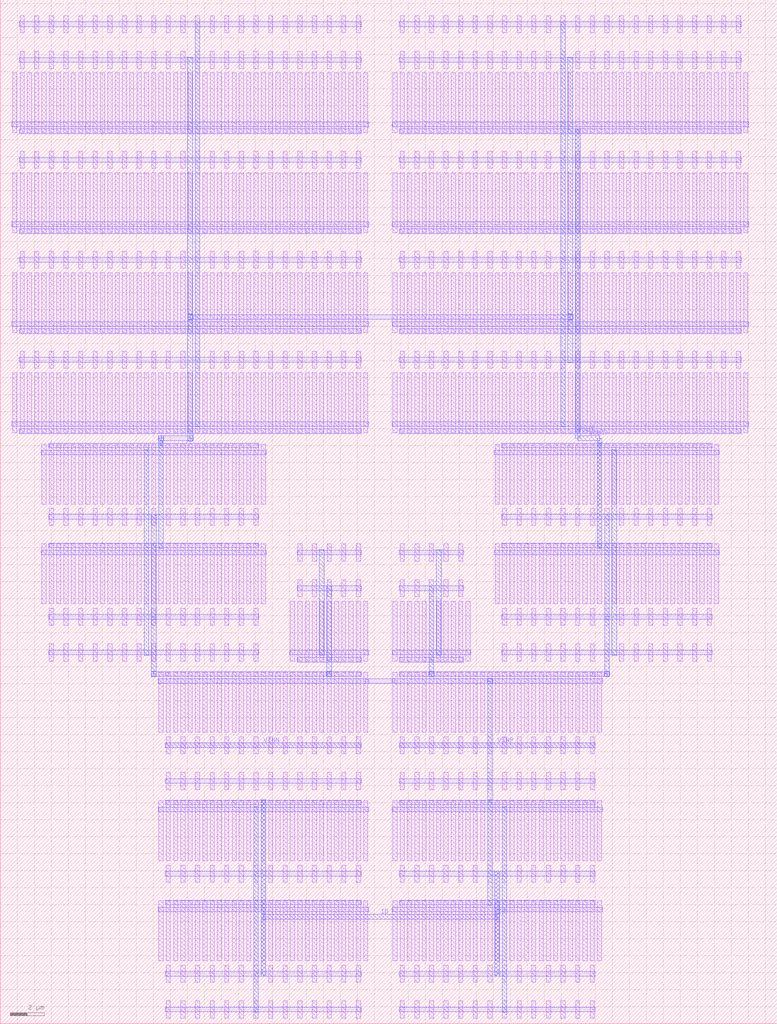
<source format=lef>
MACRO CURRENT_MIRROR_OTA
  ORIGIN 0 0 ;
  FOREIGN CURRENT_MIRROR_OTA 0 0 ;
  SIZE 45.71 BY 60.23 ;
  PIN ID
    DIRECTION INOUT ;
    USE SIGNAL ;
    PORT 
      LAYER M3 ;
        RECT 15.34 2.78 15.62 13.18 ;
      LAYER M3 ;
        RECT 29.1 2.78 29.38 8.98 ;
      LAYER M3 ;
        RECT 15.34 6.115 15.62 6.485 ;
      LAYER M2 ;
        RECT 15.48 6.16 29.24 6.44 ;
      LAYER M3 ;
        RECT 29.1 6.115 29.38 6.485 ;
    END
  END ID
  PIN VOUT
    DIRECTION INOUT ;
    USE SIGNAL ;
    PORT 
      LAYER M3 ;
        RECT 35.12 27.98 35.4 34.18 ;
      LAYER M3 ;
        RECT 33.83 34.7 34.11 52.66 ;
      LAYER M3 ;
        RECT 35.12 34.02 35.4 34.44 ;
      LAYER M2 ;
        RECT 33.97 34.3 35.26 34.58 ;
      LAYER M3 ;
        RECT 33.83 34.44 34.11 34.86 ;
    END
  END VOUT
  PIN VINN
    DIRECTION INOUT ;
    USE SIGNAL ;
    PORT 
      LAYER M2 ;
        RECT 9.72 16.24 21.24 16.52 ;
    END
  END VINN
  PIN VINP
    DIRECTION INOUT ;
    USE SIGNAL ;
    PORT 
      LAYER M2 ;
        RECT 23.48 16.24 35 16.52 ;
    END
  END VINP
  OBS 
  LAYER M3 ;
        RECT 9.32 27.98 9.6 34.18 ;
  LAYER M3 ;
        RECT 11.04 34.7 11.32 56.86 ;
  LAYER M3 ;
        RECT 33.4 38.9 33.68 56.86 ;
  LAYER M3 ;
        RECT 9.32 34.02 9.6 34.44 ;
  LAYER M2 ;
        RECT 9.46 34.3 11.18 34.58 ;
  LAYER M3 ;
        RECT 11.04 34.44 11.32 34.86 ;
  LAYER M3 ;
        RECT 11.04 41.395 11.32 41.765 ;
  LAYER M2 ;
        RECT 11.18 41.44 33.54 41.72 ;
  LAYER M3 ;
        RECT 33.4 41.395 33.68 41.765 ;
  LAYER M2 ;
        RECT 9.3 34.3 9.62 34.58 ;
  LAYER M3 ;
        RECT 9.32 34.28 9.6 34.6 ;
  LAYER M2 ;
        RECT 11.02 34.3 11.34 34.58 ;
  LAYER M3 ;
        RECT 11.04 34.28 11.32 34.6 ;
  LAYER M2 ;
        RECT 9.3 34.3 9.62 34.58 ;
  LAYER M3 ;
        RECT 9.32 34.28 9.6 34.6 ;
  LAYER M2 ;
        RECT 11.02 34.3 11.34 34.58 ;
  LAYER M3 ;
        RECT 11.04 34.28 11.32 34.6 ;
  LAYER M2 ;
        RECT 9.3 34.3 9.62 34.58 ;
  LAYER M3 ;
        RECT 9.32 34.28 9.6 34.6 ;
  LAYER M2 ;
        RECT 11.02 34.3 11.34 34.58 ;
  LAYER M3 ;
        RECT 11.04 34.28 11.32 34.6 ;
  LAYER M2 ;
        RECT 11.02 41.44 11.34 41.72 ;
  LAYER M3 ;
        RECT 11.04 41.42 11.32 41.74 ;
  LAYER M2 ;
        RECT 33.38 41.44 33.7 41.72 ;
  LAYER M3 ;
        RECT 33.4 41.42 33.68 41.74 ;
  LAYER M2 ;
        RECT 9.3 34.3 9.62 34.58 ;
  LAYER M3 ;
        RECT 9.32 34.28 9.6 34.6 ;
  LAYER M2 ;
        RECT 11.02 34.3 11.34 34.58 ;
  LAYER M3 ;
        RECT 11.04 34.28 11.32 34.6 ;
  LAYER M2 ;
        RECT 11.02 41.44 11.34 41.72 ;
  LAYER M3 ;
        RECT 11.04 41.42 11.32 41.74 ;
  LAYER M2 ;
        RECT 33.38 41.44 33.7 41.72 ;
  LAYER M3 ;
        RECT 33.4 41.42 33.68 41.74 ;
  LAYER M3 ;
        RECT 8.89 23.78 9.17 29.98 ;
  LAYER M2 ;
        RECT 9.72 20.44 21.24 20.72 ;
  LAYER M3 ;
        RECT 19.21 21.26 19.49 25.78 ;
  LAYER M3 ;
        RECT 8.89 20.58 9.17 23.94 ;
  LAYER M2 ;
        RECT 9.03 20.44 9.89 20.72 ;
  LAYER M2 ;
        RECT 19.19 20.44 19.51 20.72 ;
  LAYER M3 ;
        RECT 19.21 20.58 19.49 21.42 ;
  LAYER M2 ;
        RECT 8.87 20.44 9.19 20.72 ;
  LAYER M3 ;
        RECT 8.89 20.42 9.17 20.74 ;
  LAYER M2 ;
        RECT 8.87 20.44 9.19 20.72 ;
  LAYER M3 ;
        RECT 8.89 20.42 9.17 20.74 ;
  LAYER M2 ;
        RECT 8.87 20.44 9.19 20.72 ;
  LAYER M3 ;
        RECT 8.89 20.42 9.17 20.74 ;
  LAYER M2 ;
        RECT 19.19 20.44 19.51 20.72 ;
  LAYER M3 ;
        RECT 19.21 20.42 19.49 20.74 ;
  LAYER M2 ;
        RECT 8.87 20.44 9.19 20.72 ;
  LAYER M3 ;
        RECT 8.89 20.42 9.17 20.74 ;
  LAYER M2 ;
        RECT 19.19 20.44 19.51 20.72 ;
  LAYER M3 ;
        RECT 19.21 20.42 19.49 20.74 ;
  LAYER M3 ;
        RECT 25.23 21.26 25.51 25.78 ;
  LAYER M2 ;
        RECT 23.48 20.44 35 20.72 ;
  LAYER M3 ;
        RECT 35.55 23.78 35.83 29.98 ;
  LAYER M3 ;
        RECT 25.23 20.58 25.51 21.42 ;
  LAYER M2 ;
        RECT 25.21 20.44 25.53 20.72 ;
  LAYER M2 ;
        RECT 34.83 20.44 35.69 20.72 ;
  LAYER M3 ;
        RECT 35.55 20.58 35.83 23.94 ;
  LAYER M2 ;
        RECT 25.21 20.44 25.53 20.72 ;
  LAYER M3 ;
        RECT 25.23 20.42 25.51 20.74 ;
  LAYER M2 ;
        RECT 25.21 20.44 25.53 20.72 ;
  LAYER M3 ;
        RECT 25.23 20.42 25.51 20.74 ;
  LAYER M2 ;
        RECT 25.21 20.44 25.53 20.72 ;
  LAYER M3 ;
        RECT 25.23 20.42 25.51 20.74 ;
  LAYER M2 ;
        RECT 35.53 20.44 35.85 20.72 ;
  LAYER M3 ;
        RECT 35.55 20.42 35.83 20.74 ;
  LAYER M2 ;
        RECT 25.21 20.44 25.53 20.72 ;
  LAYER M3 ;
        RECT 25.23 20.42 25.51 20.74 ;
  LAYER M2 ;
        RECT 35.53 20.44 35.85 20.72 ;
  LAYER M3 ;
        RECT 35.55 20.42 35.83 20.74 ;
  LAYER M2 ;
        RECT 9.29 20.02 21.67 20.3 ;
  LAYER M2 ;
        RECT 23.05 20.02 35.43 20.3 ;
  LAYER M3 ;
        RECT 28.67 6.98 28.95 13.18 ;
  LAYER M2 ;
        RECT 21.5 20.02 23.22 20.3 ;
  LAYER M2 ;
        RECT 28.65 20.02 28.97 20.3 ;
  LAYER M3 ;
        RECT 28.67 13.02 28.95 20.16 ;
  LAYER M2 ;
        RECT 28.65 20.02 28.97 20.3 ;
  LAYER M3 ;
        RECT 28.67 20 28.95 20.32 ;
  LAYER M2 ;
        RECT 28.65 20.02 28.97 20.3 ;
  LAYER M3 ;
        RECT 28.67 20 28.95 20.32 ;
  LAYER M1 ;
        RECT 20.945 9.575 21.195 13.105 ;
  LAYER M1 ;
        RECT 20.945 8.315 21.195 9.325 ;
  LAYER M1 ;
        RECT 20.945 3.695 21.195 7.225 ;
  LAYER M1 ;
        RECT 20.945 2.435 21.195 3.445 ;
  LAYER M1 ;
        RECT 20.945 0.335 21.195 1.345 ;
  LAYER M1 ;
        RECT 21.375 9.575 21.625 13.105 ;
  LAYER M1 ;
        RECT 21.375 3.695 21.625 7.225 ;
  LAYER M1 ;
        RECT 20.515 9.575 20.765 13.105 ;
  LAYER M1 ;
        RECT 20.515 3.695 20.765 7.225 ;
  LAYER M1 ;
        RECT 20.085 9.575 20.335 13.105 ;
  LAYER M1 ;
        RECT 20.085 8.315 20.335 9.325 ;
  LAYER M1 ;
        RECT 20.085 3.695 20.335 7.225 ;
  LAYER M1 ;
        RECT 20.085 2.435 20.335 3.445 ;
  LAYER M1 ;
        RECT 20.085 0.335 20.335 1.345 ;
  LAYER M1 ;
        RECT 19.655 9.575 19.905 13.105 ;
  LAYER M1 ;
        RECT 19.655 3.695 19.905 7.225 ;
  LAYER M1 ;
        RECT 19.225 9.575 19.475 13.105 ;
  LAYER M1 ;
        RECT 19.225 8.315 19.475 9.325 ;
  LAYER M1 ;
        RECT 19.225 3.695 19.475 7.225 ;
  LAYER M1 ;
        RECT 19.225 2.435 19.475 3.445 ;
  LAYER M1 ;
        RECT 19.225 0.335 19.475 1.345 ;
  LAYER M1 ;
        RECT 18.795 9.575 19.045 13.105 ;
  LAYER M1 ;
        RECT 18.795 3.695 19.045 7.225 ;
  LAYER M1 ;
        RECT 18.365 9.575 18.615 13.105 ;
  LAYER M1 ;
        RECT 18.365 8.315 18.615 9.325 ;
  LAYER M1 ;
        RECT 18.365 3.695 18.615 7.225 ;
  LAYER M1 ;
        RECT 18.365 2.435 18.615 3.445 ;
  LAYER M1 ;
        RECT 18.365 0.335 18.615 1.345 ;
  LAYER M1 ;
        RECT 17.935 9.575 18.185 13.105 ;
  LAYER M1 ;
        RECT 17.935 3.695 18.185 7.225 ;
  LAYER M1 ;
        RECT 17.505 9.575 17.755 13.105 ;
  LAYER M1 ;
        RECT 17.505 8.315 17.755 9.325 ;
  LAYER M1 ;
        RECT 17.505 3.695 17.755 7.225 ;
  LAYER M1 ;
        RECT 17.505 2.435 17.755 3.445 ;
  LAYER M1 ;
        RECT 17.505 0.335 17.755 1.345 ;
  LAYER M1 ;
        RECT 17.075 9.575 17.325 13.105 ;
  LAYER M1 ;
        RECT 17.075 3.695 17.325 7.225 ;
  LAYER M1 ;
        RECT 16.645 9.575 16.895 13.105 ;
  LAYER M1 ;
        RECT 16.645 8.315 16.895 9.325 ;
  LAYER M1 ;
        RECT 16.645 3.695 16.895 7.225 ;
  LAYER M1 ;
        RECT 16.645 2.435 16.895 3.445 ;
  LAYER M1 ;
        RECT 16.645 0.335 16.895 1.345 ;
  LAYER M1 ;
        RECT 16.215 9.575 16.465 13.105 ;
  LAYER M1 ;
        RECT 16.215 3.695 16.465 7.225 ;
  LAYER M1 ;
        RECT 15.785 9.575 16.035 13.105 ;
  LAYER M1 ;
        RECT 15.785 8.315 16.035 9.325 ;
  LAYER M1 ;
        RECT 15.785 3.695 16.035 7.225 ;
  LAYER M1 ;
        RECT 15.785 2.435 16.035 3.445 ;
  LAYER M1 ;
        RECT 15.785 0.335 16.035 1.345 ;
  LAYER M1 ;
        RECT 15.355 9.575 15.605 13.105 ;
  LAYER M1 ;
        RECT 15.355 3.695 15.605 7.225 ;
  LAYER M1 ;
        RECT 14.925 9.575 15.175 13.105 ;
  LAYER M1 ;
        RECT 14.925 8.315 15.175 9.325 ;
  LAYER M1 ;
        RECT 14.925 3.695 15.175 7.225 ;
  LAYER M1 ;
        RECT 14.925 2.435 15.175 3.445 ;
  LAYER M1 ;
        RECT 14.925 0.335 15.175 1.345 ;
  LAYER M1 ;
        RECT 14.495 9.575 14.745 13.105 ;
  LAYER M1 ;
        RECT 14.495 3.695 14.745 7.225 ;
  LAYER M1 ;
        RECT 14.065 9.575 14.315 13.105 ;
  LAYER M1 ;
        RECT 14.065 8.315 14.315 9.325 ;
  LAYER M1 ;
        RECT 14.065 3.695 14.315 7.225 ;
  LAYER M1 ;
        RECT 14.065 2.435 14.315 3.445 ;
  LAYER M1 ;
        RECT 14.065 0.335 14.315 1.345 ;
  LAYER M1 ;
        RECT 13.635 9.575 13.885 13.105 ;
  LAYER M1 ;
        RECT 13.635 3.695 13.885 7.225 ;
  LAYER M1 ;
        RECT 13.205 9.575 13.455 13.105 ;
  LAYER M1 ;
        RECT 13.205 8.315 13.455 9.325 ;
  LAYER M1 ;
        RECT 13.205 3.695 13.455 7.225 ;
  LAYER M1 ;
        RECT 13.205 2.435 13.455 3.445 ;
  LAYER M1 ;
        RECT 13.205 0.335 13.455 1.345 ;
  LAYER M1 ;
        RECT 12.775 9.575 13.025 13.105 ;
  LAYER M1 ;
        RECT 12.775 3.695 13.025 7.225 ;
  LAYER M1 ;
        RECT 12.345 9.575 12.595 13.105 ;
  LAYER M1 ;
        RECT 12.345 8.315 12.595 9.325 ;
  LAYER M1 ;
        RECT 12.345 3.695 12.595 7.225 ;
  LAYER M1 ;
        RECT 12.345 2.435 12.595 3.445 ;
  LAYER M1 ;
        RECT 12.345 0.335 12.595 1.345 ;
  LAYER M1 ;
        RECT 11.915 9.575 12.165 13.105 ;
  LAYER M1 ;
        RECT 11.915 3.695 12.165 7.225 ;
  LAYER M1 ;
        RECT 11.485 9.575 11.735 13.105 ;
  LAYER M1 ;
        RECT 11.485 8.315 11.735 9.325 ;
  LAYER M1 ;
        RECT 11.485 3.695 11.735 7.225 ;
  LAYER M1 ;
        RECT 11.485 2.435 11.735 3.445 ;
  LAYER M1 ;
        RECT 11.485 0.335 11.735 1.345 ;
  LAYER M1 ;
        RECT 11.055 9.575 11.305 13.105 ;
  LAYER M1 ;
        RECT 11.055 3.695 11.305 7.225 ;
  LAYER M1 ;
        RECT 10.625 9.575 10.875 13.105 ;
  LAYER M1 ;
        RECT 10.625 8.315 10.875 9.325 ;
  LAYER M1 ;
        RECT 10.625 3.695 10.875 7.225 ;
  LAYER M1 ;
        RECT 10.625 2.435 10.875 3.445 ;
  LAYER M1 ;
        RECT 10.625 0.335 10.875 1.345 ;
  LAYER M1 ;
        RECT 10.195 9.575 10.445 13.105 ;
  LAYER M1 ;
        RECT 10.195 3.695 10.445 7.225 ;
  LAYER M1 ;
        RECT 9.765 9.575 10.015 13.105 ;
  LAYER M1 ;
        RECT 9.765 8.315 10.015 9.325 ;
  LAYER M1 ;
        RECT 9.765 3.695 10.015 7.225 ;
  LAYER M1 ;
        RECT 9.765 2.435 10.015 3.445 ;
  LAYER M1 ;
        RECT 9.765 0.335 10.015 1.345 ;
  LAYER M1 ;
        RECT 9.335 9.575 9.585 13.105 ;
  LAYER M1 ;
        RECT 9.335 3.695 9.585 7.225 ;
  LAYER M2 ;
        RECT 9.72 12.88 21.24 13.16 ;
  LAYER M2 ;
        RECT 9.72 8.68 21.24 8.96 ;
  LAYER M2 ;
        RECT 9.29 12.46 21.67 12.74 ;
  LAYER M2 ;
        RECT 9.72 7 21.24 7.28 ;
  LAYER M2 ;
        RECT 9.72 2.8 21.24 3.08 ;
  LAYER M2 ;
        RECT 9.72 0.7 21.24 0.98 ;
  LAYER M2 ;
        RECT 9.29 6.58 21.67 6.86 ;
  LAYER M3 ;
        RECT 15.34 2.78 15.62 13.18 ;
  LAYER M3 ;
        RECT 14.91 0.68 15.19 12.76 ;
  LAYER M1 ;
        RECT 1.165 34.775 1.415 38.305 ;
  LAYER M1 ;
        RECT 1.165 38.555 1.415 39.565 ;
  LAYER M1 ;
        RECT 1.165 40.655 1.415 44.185 ;
  LAYER M1 ;
        RECT 1.165 44.435 1.415 45.445 ;
  LAYER M1 ;
        RECT 1.165 46.535 1.415 50.065 ;
  LAYER M1 ;
        RECT 1.165 50.315 1.415 51.325 ;
  LAYER M1 ;
        RECT 1.165 52.415 1.415 55.945 ;
  LAYER M1 ;
        RECT 1.165 56.195 1.415 57.205 ;
  LAYER M1 ;
        RECT 1.165 58.295 1.415 59.305 ;
  LAYER M1 ;
        RECT 0.735 34.775 0.985 38.305 ;
  LAYER M1 ;
        RECT 0.735 40.655 0.985 44.185 ;
  LAYER M1 ;
        RECT 0.735 46.535 0.985 50.065 ;
  LAYER M1 ;
        RECT 0.735 52.415 0.985 55.945 ;
  LAYER M1 ;
        RECT 1.595 34.775 1.845 38.305 ;
  LAYER M1 ;
        RECT 1.595 40.655 1.845 44.185 ;
  LAYER M1 ;
        RECT 1.595 46.535 1.845 50.065 ;
  LAYER M1 ;
        RECT 1.595 52.415 1.845 55.945 ;
  LAYER M1 ;
        RECT 2.025 34.775 2.275 38.305 ;
  LAYER M1 ;
        RECT 2.025 38.555 2.275 39.565 ;
  LAYER M1 ;
        RECT 2.025 40.655 2.275 44.185 ;
  LAYER M1 ;
        RECT 2.025 44.435 2.275 45.445 ;
  LAYER M1 ;
        RECT 2.025 46.535 2.275 50.065 ;
  LAYER M1 ;
        RECT 2.025 50.315 2.275 51.325 ;
  LAYER M1 ;
        RECT 2.025 52.415 2.275 55.945 ;
  LAYER M1 ;
        RECT 2.025 56.195 2.275 57.205 ;
  LAYER M1 ;
        RECT 2.025 58.295 2.275 59.305 ;
  LAYER M1 ;
        RECT 2.455 34.775 2.705 38.305 ;
  LAYER M1 ;
        RECT 2.455 40.655 2.705 44.185 ;
  LAYER M1 ;
        RECT 2.455 46.535 2.705 50.065 ;
  LAYER M1 ;
        RECT 2.455 52.415 2.705 55.945 ;
  LAYER M1 ;
        RECT 2.885 34.775 3.135 38.305 ;
  LAYER M1 ;
        RECT 2.885 38.555 3.135 39.565 ;
  LAYER M1 ;
        RECT 2.885 40.655 3.135 44.185 ;
  LAYER M1 ;
        RECT 2.885 44.435 3.135 45.445 ;
  LAYER M1 ;
        RECT 2.885 46.535 3.135 50.065 ;
  LAYER M1 ;
        RECT 2.885 50.315 3.135 51.325 ;
  LAYER M1 ;
        RECT 2.885 52.415 3.135 55.945 ;
  LAYER M1 ;
        RECT 2.885 56.195 3.135 57.205 ;
  LAYER M1 ;
        RECT 2.885 58.295 3.135 59.305 ;
  LAYER M1 ;
        RECT 3.315 34.775 3.565 38.305 ;
  LAYER M1 ;
        RECT 3.315 40.655 3.565 44.185 ;
  LAYER M1 ;
        RECT 3.315 46.535 3.565 50.065 ;
  LAYER M1 ;
        RECT 3.315 52.415 3.565 55.945 ;
  LAYER M1 ;
        RECT 3.745 34.775 3.995 38.305 ;
  LAYER M1 ;
        RECT 3.745 38.555 3.995 39.565 ;
  LAYER M1 ;
        RECT 3.745 40.655 3.995 44.185 ;
  LAYER M1 ;
        RECT 3.745 44.435 3.995 45.445 ;
  LAYER M1 ;
        RECT 3.745 46.535 3.995 50.065 ;
  LAYER M1 ;
        RECT 3.745 50.315 3.995 51.325 ;
  LAYER M1 ;
        RECT 3.745 52.415 3.995 55.945 ;
  LAYER M1 ;
        RECT 3.745 56.195 3.995 57.205 ;
  LAYER M1 ;
        RECT 3.745 58.295 3.995 59.305 ;
  LAYER M1 ;
        RECT 4.175 34.775 4.425 38.305 ;
  LAYER M1 ;
        RECT 4.175 40.655 4.425 44.185 ;
  LAYER M1 ;
        RECT 4.175 46.535 4.425 50.065 ;
  LAYER M1 ;
        RECT 4.175 52.415 4.425 55.945 ;
  LAYER M1 ;
        RECT 4.605 34.775 4.855 38.305 ;
  LAYER M1 ;
        RECT 4.605 38.555 4.855 39.565 ;
  LAYER M1 ;
        RECT 4.605 40.655 4.855 44.185 ;
  LAYER M1 ;
        RECT 4.605 44.435 4.855 45.445 ;
  LAYER M1 ;
        RECT 4.605 46.535 4.855 50.065 ;
  LAYER M1 ;
        RECT 4.605 50.315 4.855 51.325 ;
  LAYER M1 ;
        RECT 4.605 52.415 4.855 55.945 ;
  LAYER M1 ;
        RECT 4.605 56.195 4.855 57.205 ;
  LAYER M1 ;
        RECT 4.605 58.295 4.855 59.305 ;
  LAYER M1 ;
        RECT 5.035 34.775 5.285 38.305 ;
  LAYER M1 ;
        RECT 5.035 40.655 5.285 44.185 ;
  LAYER M1 ;
        RECT 5.035 46.535 5.285 50.065 ;
  LAYER M1 ;
        RECT 5.035 52.415 5.285 55.945 ;
  LAYER M1 ;
        RECT 5.465 34.775 5.715 38.305 ;
  LAYER M1 ;
        RECT 5.465 38.555 5.715 39.565 ;
  LAYER M1 ;
        RECT 5.465 40.655 5.715 44.185 ;
  LAYER M1 ;
        RECT 5.465 44.435 5.715 45.445 ;
  LAYER M1 ;
        RECT 5.465 46.535 5.715 50.065 ;
  LAYER M1 ;
        RECT 5.465 50.315 5.715 51.325 ;
  LAYER M1 ;
        RECT 5.465 52.415 5.715 55.945 ;
  LAYER M1 ;
        RECT 5.465 56.195 5.715 57.205 ;
  LAYER M1 ;
        RECT 5.465 58.295 5.715 59.305 ;
  LAYER M1 ;
        RECT 5.895 34.775 6.145 38.305 ;
  LAYER M1 ;
        RECT 5.895 40.655 6.145 44.185 ;
  LAYER M1 ;
        RECT 5.895 46.535 6.145 50.065 ;
  LAYER M1 ;
        RECT 5.895 52.415 6.145 55.945 ;
  LAYER M1 ;
        RECT 6.325 34.775 6.575 38.305 ;
  LAYER M1 ;
        RECT 6.325 38.555 6.575 39.565 ;
  LAYER M1 ;
        RECT 6.325 40.655 6.575 44.185 ;
  LAYER M1 ;
        RECT 6.325 44.435 6.575 45.445 ;
  LAYER M1 ;
        RECT 6.325 46.535 6.575 50.065 ;
  LAYER M1 ;
        RECT 6.325 50.315 6.575 51.325 ;
  LAYER M1 ;
        RECT 6.325 52.415 6.575 55.945 ;
  LAYER M1 ;
        RECT 6.325 56.195 6.575 57.205 ;
  LAYER M1 ;
        RECT 6.325 58.295 6.575 59.305 ;
  LAYER M1 ;
        RECT 6.755 34.775 7.005 38.305 ;
  LAYER M1 ;
        RECT 6.755 40.655 7.005 44.185 ;
  LAYER M1 ;
        RECT 6.755 46.535 7.005 50.065 ;
  LAYER M1 ;
        RECT 6.755 52.415 7.005 55.945 ;
  LAYER M1 ;
        RECT 7.185 34.775 7.435 38.305 ;
  LAYER M1 ;
        RECT 7.185 38.555 7.435 39.565 ;
  LAYER M1 ;
        RECT 7.185 40.655 7.435 44.185 ;
  LAYER M1 ;
        RECT 7.185 44.435 7.435 45.445 ;
  LAYER M1 ;
        RECT 7.185 46.535 7.435 50.065 ;
  LAYER M1 ;
        RECT 7.185 50.315 7.435 51.325 ;
  LAYER M1 ;
        RECT 7.185 52.415 7.435 55.945 ;
  LAYER M1 ;
        RECT 7.185 56.195 7.435 57.205 ;
  LAYER M1 ;
        RECT 7.185 58.295 7.435 59.305 ;
  LAYER M1 ;
        RECT 7.615 34.775 7.865 38.305 ;
  LAYER M1 ;
        RECT 7.615 40.655 7.865 44.185 ;
  LAYER M1 ;
        RECT 7.615 46.535 7.865 50.065 ;
  LAYER M1 ;
        RECT 7.615 52.415 7.865 55.945 ;
  LAYER M1 ;
        RECT 8.045 34.775 8.295 38.305 ;
  LAYER M1 ;
        RECT 8.045 38.555 8.295 39.565 ;
  LAYER M1 ;
        RECT 8.045 40.655 8.295 44.185 ;
  LAYER M1 ;
        RECT 8.045 44.435 8.295 45.445 ;
  LAYER M1 ;
        RECT 8.045 46.535 8.295 50.065 ;
  LAYER M1 ;
        RECT 8.045 50.315 8.295 51.325 ;
  LAYER M1 ;
        RECT 8.045 52.415 8.295 55.945 ;
  LAYER M1 ;
        RECT 8.045 56.195 8.295 57.205 ;
  LAYER M1 ;
        RECT 8.045 58.295 8.295 59.305 ;
  LAYER M1 ;
        RECT 8.475 34.775 8.725 38.305 ;
  LAYER M1 ;
        RECT 8.475 40.655 8.725 44.185 ;
  LAYER M1 ;
        RECT 8.475 46.535 8.725 50.065 ;
  LAYER M1 ;
        RECT 8.475 52.415 8.725 55.945 ;
  LAYER M1 ;
        RECT 8.905 34.775 9.155 38.305 ;
  LAYER M1 ;
        RECT 8.905 38.555 9.155 39.565 ;
  LAYER M1 ;
        RECT 8.905 40.655 9.155 44.185 ;
  LAYER M1 ;
        RECT 8.905 44.435 9.155 45.445 ;
  LAYER M1 ;
        RECT 8.905 46.535 9.155 50.065 ;
  LAYER M1 ;
        RECT 8.905 50.315 9.155 51.325 ;
  LAYER M1 ;
        RECT 8.905 52.415 9.155 55.945 ;
  LAYER M1 ;
        RECT 8.905 56.195 9.155 57.205 ;
  LAYER M1 ;
        RECT 8.905 58.295 9.155 59.305 ;
  LAYER M1 ;
        RECT 9.335 34.775 9.585 38.305 ;
  LAYER M1 ;
        RECT 9.335 40.655 9.585 44.185 ;
  LAYER M1 ;
        RECT 9.335 46.535 9.585 50.065 ;
  LAYER M1 ;
        RECT 9.335 52.415 9.585 55.945 ;
  LAYER M1 ;
        RECT 9.765 34.775 10.015 38.305 ;
  LAYER M1 ;
        RECT 9.765 38.555 10.015 39.565 ;
  LAYER M1 ;
        RECT 9.765 40.655 10.015 44.185 ;
  LAYER M1 ;
        RECT 9.765 44.435 10.015 45.445 ;
  LAYER M1 ;
        RECT 9.765 46.535 10.015 50.065 ;
  LAYER M1 ;
        RECT 9.765 50.315 10.015 51.325 ;
  LAYER M1 ;
        RECT 9.765 52.415 10.015 55.945 ;
  LAYER M1 ;
        RECT 9.765 56.195 10.015 57.205 ;
  LAYER M1 ;
        RECT 9.765 58.295 10.015 59.305 ;
  LAYER M1 ;
        RECT 10.195 34.775 10.445 38.305 ;
  LAYER M1 ;
        RECT 10.195 40.655 10.445 44.185 ;
  LAYER M1 ;
        RECT 10.195 46.535 10.445 50.065 ;
  LAYER M1 ;
        RECT 10.195 52.415 10.445 55.945 ;
  LAYER M1 ;
        RECT 10.625 34.775 10.875 38.305 ;
  LAYER M1 ;
        RECT 10.625 38.555 10.875 39.565 ;
  LAYER M1 ;
        RECT 10.625 40.655 10.875 44.185 ;
  LAYER M1 ;
        RECT 10.625 44.435 10.875 45.445 ;
  LAYER M1 ;
        RECT 10.625 46.535 10.875 50.065 ;
  LAYER M1 ;
        RECT 10.625 50.315 10.875 51.325 ;
  LAYER M1 ;
        RECT 10.625 52.415 10.875 55.945 ;
  LAYER M1 ;
        RECT 10.625 56.195 10.875 57.205 ;
  LAYER M1 ;
        RECT 10.625 58.295 10.875 59.305 ;
  LAYER M1 ;
        RECT 11.055 34.775 11.305 38.305 ;
  LAYER M1 ;
        RECT 11.055 40.655 11.305 44.185 ;
  LAYER M1 ;
        RECT 11.055 46.535 11.305 50.065 ;
  LAYER M1 ;
        RECT 11.055 52.415 11.305 55.945 ;
  LAYER M1 ;
        RECT 11.485 34.775 11.735 38.305 ;
  LAYER M1 ;
        RECT 11.485 38.555 11.735 39.565 ;
  LAYER M1 ;
        RECT 11.485 40.655 11.735 44.185 ;
  LAYER M1 ;
        RECT 11.485 44.435 11.735 45.445 ;
  LAYER M1 ;
        RECT 11.485 46.535 11.735 50.065 ;
  LAYER M1 ;
        RECT 11.485 50.315 11.735 51.325 ;
  LAYER M1 ;
        RECT 11.485 52.415 11.735 55.945 ;
  LAYER M1 ;
        RECT 11.485 56.195 11.735 57.205 ;
  LAYER M1 ;
        RECT 11.485 58.295 11.735 59.305 ;
  LAYER M1 ;
        RECT 11.915 34.775 12.165 38.305 ;
  LAYER M1 ;
        RECT 11.915 40.655 12.165 44.185 ;
  LAYER M1 ;
        RECT 11.915 46.535 12.165 50.065 ;
  LAYER M1 ;
        RECT 11.915 52.415 12.165 55.945 ;
  LAYER M1 ;
        RECT 12.345 34.775 12.595 38.305 ;
  LAYER M1 ;
        RECT 12.345 38.555 12.595 39.565 ;
  LAYER M1 ;
        RECT 12.345 40.655 12.595 44.185 ;
  LAYER M1 ;
        RECT 12.345 44.435 12.595 45.445 ;
  LAYER M1 ;
        RECT 12.345 46.535 12.595 50.065 ;
  LAYER M1 ;
        RECT 12.345 50.315 12.595 51.325 ;
  LAYER M1 ;
        RECT 12.345 52.415 12.595 55.945 ;
  LAYER M1 ;
        RECT 12.345 56.195 12.595 57.205 ;
  LAYER M1 ;
        RECT 12.345 58.295 12.595 59.305 ;
  LAYER M1 ;
        RECT 12.775 34.775 13.025 38.305 ;
  LAYER M1 ;
        RECT 12.775 40.655 13.025 44.185 ;
  LAYER M1 ;
        RECT 12.775 46.535 13.025 50.065 ;
  LAYER M1 ;
        RECT 12.775 52.415 13.025 55.945 ;
  LAYER M1 ;
        RECT 13.205 34.775 13.455 38.305 ;
  LAYER M1 ;
        RECT 13.205 38.555 13.455 39.565 ;
  LAYER M1 ;
        RECT 13.205 40.655 13.455 44.185 ;
  LAYER M1 ;
        RECT 13.205 44.435 13.455 45.445 ;
  LAYER M1 ;
        RECT 13.205 46.535 13.455 50.065 ;
  LAYER M1 ;
        RECT 13.205 50.315 13.455 51.325 ;
  LAYER M1 ;
        RECT 13.205 52.415 13.455 55.945 ;
  LAYER M1 ;
        RECT 13.205 56.195 13.455 57.205 ;
  LAYER M1 ;
        RECT 13.205 58.295 13.455 59.305 ;
  LAYER M1 ;
        RECT 13.635 34.775 13.885 38.305 ;
  LAYER M1 ;
        RECT 13.635 40.655 13.885 44.185 ;
  LAYER M1 ;
        RECT 13.635 46.535 13.885 50.065 ;
  LAYER M1 ;
        RECT 13.635 52.415 13.885 55.945 ;
  LAYER M1 ;
        RECT 14.065 34.775 14.315 38.305 ;
  LAYER M1 ;
        RECT 14.065 38.555 14.315 39.565 ;
  LAYER M1 ;
        RECT 14.065 40.655 14.315 44.185 ;
  LAYER M1 ;
        RECT 14.065 44.435 14.315 45.445 ;
  LAYER M1 ;
        RECT 14.065 46.535 14.315 50.065 ;
  LAYER M1 ;
        RECT 14.065 50.315 14.315 51.325 ;
  LAYER M1 ;
        RECT 14.065 52.415 14.315 55.945 ;
  LAYER M1 ;
        RECT 14.065 56.195 14.315 57.205 ;
  LAYER M1 ;
        RECT 14.065 58.295 14.315 59.305 ;
  LAYER M1 ;
        RECT 14.495 34.775 14.745 38.305 ;
  LAYER M1 ;
        RECT 14.495 40.655 14.745 44.185 ;
  LAYER M1 ;
        RECT 14.495 46.535 14.745 50.065 ;
  LAYER M1 ;
        RECT 14.495 52.415 14.745 55.945 ;
  LAYER M1 ;
        RECT 14.925 34.775 15.175 38.305 ;
  LAYER M1 ;
        RECT 14.925 38.555 15.175 39.565 ;
  LAYER M1 ;
        RECT 14.925 40.655 15.175 44.185 ;
  LAYER M1 ;
        RECT 14.925 44.435 15.175 45.445 ;
  LAYER M1 ;
        RECT 14.925 46.535 15.175 50.065 ;
  LAYER M1 ;
        RECT 14.925 50.315 15.175 51.325 ;
  LAYER M1 ;
        RECT 14.925 52.415 15.175 55.945 ;
  LAYER M1 ;
        RECT 14.925 56.195 15.175 57.205 ;
  LAYER M1 ;
        RECT 14.925 58.295 15.175 59.305 ;
  LAYER M1 ;
        RECT 15.355 34.775 15.605 38.305 ;
  LAYER M1 ;
        RECT 15.355 40.655 15.605 44.185 ;
  LAYER M1 ;
        RECT 15.355 46.535 15.605 50.065 ;
  LAYER M1 ;
        RECT 15.355 52.415 15.605 55.945 ;
  LAYER M1 ;
        RECT 15.785 34.775 16.035 38.305 ;
  LAYER M1 ;
        RECT 15.785 38.555 16.035 39.565 ;
  LAYER M1 ;
        RECT 15.785 40.655 16.035 44.185 ;
  LAYER M1 ;
        RECT 15.785 44.435 16.035 45.445 ;
  LAYER M1 ;
        RECT 15.785 46.535 16.035 50.065 ;
  LAYER M1 ;
        RECT 15.785 50.315 16.035 51.325 ;
  LAYER M1 ;
        RECT 15.785 52.415 16.035 55.945 ;
  LAYER M1 ;
        RECT 15.785 56.195 16.035 57.205 ;
  LAYER M1 ;
        RECT 15.785 58.295 16.035 59.305 ;
  LAYER M1 ;
        RECT 16.215 34.775 16.465 38.305 ;
  LAYER M1 ;
        RECT 16.215 40.655 16.465 44.185 ;
  LAYER M1 ;
        RECT 16.215 46.535 16.465 50.065 ;
  LAYER M1 ;
        RECT 16.215 52.415 16.465 55.945 ;
  LAYER M1 ;
        RECT 16.645 34.775 16.895 38.305 ;
  LAYER M1 ;
        RECT 16.645 38.555 16.895 39.565 ;
  LAYER M1 ;
        RECT 16.645 40.655 16.895 44.185 ;
  LAYER M1 ;
        RECT 16.645 44.435 16.895 45.445 ;
  LAYER M1 ;
        RECT 16.645 46.535 16.895 50.065 ;
  LAYER M1 ;
        RECT 16.645 50.315 16.895 51.325 ;
  LAYER M1 ;
        RECT 16.645 52.415 16.895 55.945 ;
  LAYER M1 ;
        RECT 16.645 56.195 16.895 57.205 ;
  LAYER M1 ;
        RECT 16.645 58.295 16.895 59.305 ;
  LAYER M1 ;
        RECT 17.075 34.775 17.325 38.305 ;
  LAYER M1 ;
        RECT 17.075 40.655 17.325 44.185 ;
  LAYER M1 ;
        RECT 17.075 46.535 17.325 50.065 ;
  LAYER M1 ;
        RECT 17.075 52.415 17.325 55.945 ;
  LAYER M1 ;
        RECT 17.505 34.775 17.755 38.305 ;
  LAYER M1 ;
        RECT 17.505 38.555 17.755 39.565 ;
  LAYER M1 ;
        RECT 17.505 40.655 17.755 44.185 ;
  LAYER M1 ;
        RECT 17.505 44.435 17.755 45.445 ;
  LAYER M1 ;
        RECT 17.505 46.535 17.755 50.065 ;
  LAYER M1 ;
        RECT 17.505 50.315 17.755 51.325 ;
  LAYER M1 ;
        RECT 17.505 52.415 17.755 55.945 ;
  LAYER M1 ;
        RECT 17.505 56.195 17.755 57.205 ;
  LAYER M1 ;
        RECT 17.505 58.295 17.755 59.305 ;
  LAYER M1 ;
        RECT 17.935 34.775 18.185 38.305 ;
  LAYER M1 ;
        RECT 17.935 40.655 18.185 44.185 ;
  LAYER M1 ;
        RECT 17.935 46.535 18.185 50.065 ;
  LAYER M1 ;
        RECT 17.935 52.415 18.185 55.945 ;
  LAYER M1 ;
        RECT 18.365 34.775 18.615 38.305 ;
  LAYER M1 ;
        RECT 18.365 38.555 18.615 39.565 ;
  LAYER M1 ;
        RECT 18.365 40.655 18.615 44.185 ;
  LAYER M1 ;
        RECT 18.365 44.435 18.615 45.445 ;
  LAYER M1 ;
        RECT 18.365 46.535 18.615 50.065 ;
  LAYER M1 ;
        RECT 18.365 50.315 18.615 51.325 ;
  LAYER M1 ;
        RECT 18.365 52.415 18.615 55.945 ;
  LAYER M1 ;
        RECT 18.365 56.195 18.615 57.205 ;
  LAYER M1 ;
        RECT 18.365 58.295 18.615 59.305 ;
  LAYER M1 ;
        RECT 18.795 34.775 19.045 38.305 ;
  LAYER M1 ;
        RECT 18.795 40.655 19.045 44.185 ;
  LAYER M1 ;
        RECT 18.795 46.535 19.045 50.065 ;
  LAYER M1 ;
        RECT 18.795 52.415 19.045 55.945 ;
  LAYER M1 ;
        RECT 19.225 34.775 19.475 38.305 ;
  LAYER M1 ;
        RECT 19.225 38.555 19.475 39.565 ;
  LAYER M1 ;
        RECT 19.225 40.655 19.475 44.185 ;
  LAYER M1 ;
        RECT 19.225 44.435 19.475 45.445 ;
  LAYER M1 ;
        RECT 19.225 46.535 19.475 50.065 ;
  LAYER M1 ;
        RECT 19.225 50.315 19.475 51.325 ;
  LAYER M1 ;
        RECT 19.225 52.415 19.475 55.945 ;
  LAYER M1 ;
        RECT 19.225 56.195 19.475 57.205 ;
  LAYER M1 ;
        RECT 19.225 58.295 19.475 59.305 ;
  LAYER M1 ;
        RECT 19.655 34.775 19.905 38.305 ;
  LAYER M1 ;
        RECT 19.655 40.655 19.905 44.185 ;
  LAYER M1 ;
        RECT 19.655 46.535 19.905 50.065 ;
  LAYER M1 ;
        RECT 19.655 52.415 19.905 55.945 ;
  LAYER M1 ;
        RECT 20.085 34.775 20.335 38.305 ;
  LAYER M1 ;
        RECT 20.085 38.555 20.335 39.565 ;
  LAYER M1 ;
        RECT 20.085 40.655 20.335 44.185 ;
  LAYER M1 ;
        RECT 20.085 44.435 20.335 45.445 ;
  LAYER M1 ;
        RECT 20.085 46.535 20.335 50.065 ;
  LAYER M1 ;
        RECT 20.085 50.315 20.335 51.325 ;
  LAYER M1 ;
        RECT 20.085 52.415 20.335 55.945 ;
  LAYER M1 ;
        RECT 20.085 56.195 20.335 57.205 ;
  LAYER M1 ;
        RECT 20.085 58.295 20.335 59.305 ;
  LAYER M1 ;
        RECT 20.515 34.775 20.765 38.305 ;
  LAYER M1 ;
        RECT 20.515 40.655 20.765 44.185 ;
  LAYER M1 ;
        RECT 20.515 46.535 20.765 50.065 ;
  LAYER M1 ;
        RECT 20.515 52.415 20.765 55.945 ;
  LAYER M1 ;
        RECT 20.945 34.775 21.195 38.305 ;
  LAYER M1 ;
        RECT 20.945 38.555 21.195 39.565 ;
  LAYER M1 ;
        RECT 20.945 40.655 21.195 44.185 ;
  LAYER M1 ;
        RECT 20.945 44.435 21.195 45.445 ;
  LAYER M1 ;
        RECT 20.945 46.535 21.195 50.065 ;
  LAYER M1 ;
        RECT 20.945 50.315 21.195 51.325 ;
  LAYER M1 ;
        RECT 20.945 52.415 21.195 55.945 ;
  LAYER M1 ;
        RECT 20.945 56.195 21.195 57.205 ;
  LAYER M1 ;
        RECT 20.945 58.295 21.195 59.305 ;
  LAYER M1 ;
        RECT 21.375 34.775 21.625 38.305 ;
  LAYER M1 ;
        RECT 21.375 40.655 21.625 44.185 ;
  LAYER M1 ;
        RECT 21.375 46.535 21.625 50.065 ;
  LAYER M1 ;
        RECT 21.375 52.415 21.625 55.945 ;
  LAYER M2 ;
        RECT 1.12 34.72 21.24 35 ;
  LAYER M2 ;
        RECT 1.12 38.92 21.24 39.2 ;
  LAYER M2 ;
        RECT 0.69 35.14 21.67 35.42 ;
  LAYER M2 ;
        RECT 1.12 40.6 21.24 40.88 ;
  LAYER M2 ;
        RECT 1.12 44.8 21.24 45.08 ;
  LAYER M2 ;
        RECT 0.69 41.02 21.67 41.3 ;
  LAYER M2 ;
        RECT 1.12 46.48 21.24 46.76 ;
  LAYER M2 ;
        RECT 1.12 50.68 21.24 50.96 ;
  LAYER M2 ;
        RECT 0.69 46.9 21.67 47.18 ;
  LAYER M2 ;
        RECT 1.12 52.36 21.24 52.64 ;
  LAYER M2 ;
        RECT 1.12 56.56 21.24 56.84 ;
  LAYER M2 ;
        RECT 1.12 58.66 21.24 58.94 ;
  LAYER M2 ;
        RECT 0.69 52.78 21.67 53.06 ;
  LAYER M3 ;
        RECT 11.04 34.7 11.32 56.86 ;
  LAYER M3 ;
        RECT 11.47 35.12 11.75 58.96 ;
  LAYER M1 ;
        RECT 20.945 21.335 21.195 24.865 ;
  LAYER M1 ;
        RECT 20.945 25.115 21.195 26.125 ;
  LAYER M1 ;
        RECT 20.945 27.215 21.195 28.225 ;
  LAYER M1 ;
        RECT 21.375 21.335 21.625 24.865 ;
  LAYER M1 ;
        RECT 20.515 21.335 20.765 24.865 ;
  LAYER M1 ;
        RECT 20.085 21.335 20.335 24.865 ;
  LAYER M1 ;
        RECT 20.085 25.115 20.335 26.125 ;
  LAYER M1 ;
        RECT 20.085 27.215 20.335 28.225 ;
  LAYER M1 ;
        RECT 19.655 21.335 19.905 24.865 ;
  LAYER M1 ;
        RECT 19.225 21.335 19.475 24.865 ;
  LAYER M1 ;
        RECT 19.225 25.115 19.475 26.125 ;
  LAYER M1 ;
        RECT 19.225 27.215 19.475 28.225 ;
  LAYER M1 ;
        RECT 18.795 21.335 19.045 24.865 ;
  LAYER M1 ;
        RECT 18.365 21.335 18.615 24.865 ;
  LAYER M1 ;
        RECT 18.365 25.115 18.615 26.125 ;
  LAYER M1 ;
        RECT 18.365 27.215 18.615 28.225 ;
  LAYER M1 ;
        RECT 17.935 21.335 18.185 24.865 ;
  LAYER M1 ;
        RECT 17.505 21.335 17.755 24.865 ;
  LAYER M1 ;
        RECT 17.505 25.115 17.755 26.125 ;
  LAYER M1 ;
        RECT 17.505 27.215 17.755 28.225 ;
  LAYER M1 ;
        RECT 17.075 21.335 17.325 24.865 ;
  LAYER M2 ;
        RECT 17.46 21.28 21.24 21.56 ;
  LAYER M2 ;
        RECT 17.46 25.48 21.24 25.76 ;
  LAYER M2 ;
        RECT 17.46 27.58 21.24 27.86 ;
  LAYER M2 ;
        RECT 17.03 21.7 21.67 21.98 ;
  LAYER M3 ;
        RECT 19.21 21.26 19.49 25.78 ;
  LAYER M3 ;
        RECT 18.78 21.68 19.06 27.88 ;
  LAYER M1 ;
        RECT 23.525 21.335 23.775 24.865 ;
  LAYER M1 ;
        RECT 23.525 25.115 23.775 26.125 ;
  LAYER M1 ;
        RECT 23.525 27.215 23.775 28.225 ;
  LAYER M1 ;
        RECT 23.095 21.335 23.345 24.865 ;
  LAYER M1 ;
        RECT 23.955 21.335 24.205 24.865 ;
  LAYER M1 ;
        RECT 24.385 21.335 24.635 24.865 ;
  LAYER M1 ;
        RECT 24.385 25.115 24.635 26.125 ;
  LAYER M1 ;
        RECT 24.385 27.215 24.635 28.225 ;
  LAYER M1 ;
        RECT 24.815 21.335 25.065 24.865 ;
  LAYER M1 ;
        RECT 25.245 21.335 25.495 24.865 ;
  LAYER M1 ;
        RECT 25.245 25.115 25.495 26.125 ;
  LAYER M1 ;
        RECT 25.245 27.215 25.495 28.225 ;
  LAYER M1 ;
        RECT 25.675 21.335 25.925 24.865 ;
  LAYER M1 ;
        RECT 26.105 21.335 26.355 24.865 ;
  LAYER M1 ;
        RECT 26.105 25.115 26.355 26.125 ;
  LAYER M1 ;
        RECT 26.105 27.215 26.355 28.225 ;
  LAYER M1 ;
        RECT 26.535 21.335 26.785 24.865 ;
  LAYER M1 ;
        RECT 26.965 21.335 27.215 24.865 ;
  LAYER M1 ;
        RECT 26.965 25.115 27.215 26.125 ;
  LAYER M1 ;
        RECT 26.965 27.215 27.215 28.225 ;
  LAYER M1 ;
        RECT 27.395 21.335 27.645 24.865 ;
  LAYER M2 ;
        RECT 23.48 21.28 27.26 21.56 ;
  LAYER M2 ;
        RECT 23.48 25.48 27.26 25.76 ;
  LAYER M2 ;
        RECT 23.48 27.58 27.26 27.86 ;
  LAYER M2 ;
        RECT 23.05 21.7 27.69 21.98 ;
  LAYER M3 ;
        RECT 25.23 21.26 25.51 25.78 ;
  LAYER M3 ;
        RECT 25.66 21.68 25.94 27.88 ;
  LAYER M1 ;
        RECT 43.305 34.775 43.555 38.305 ;
  LAYER M1 ;
        RECT 43.305 38.555 43.555 39.565 ;
  LAYER M1 ;
        RECT 43.305 40.655 43.555 44.185 ;
  LAYER M1 ;
        RECT 43.305 44.435 43.555 45.445 ;
  LAYER M1 ;
        RECT 43.305 46.535 43.555 50.065 ;
  LAYER M1 ;
        RECT 43.305 50.315 43.555 51.325 ;
  LAYER M1 ;
        RECT 43.305 52.415 43.555 55.945 ;
  LAYER M1 ;
        RECT 43.305 56.195 43.555 57.205 ;
  LAYER M1 ;
        RECT 43.305 58.295 43.555 59.305 ;
  LAYER M1 ;
        RECT 43.735 34.775 43.985 38.305 ;
  LAYER M1 ;
        RECT 43.735 40.655 43.985 44.185 ;
  LAYER M1 ;
        RECT 43.735 46.535 43.985 50.065 ;
  LAYER M1 ;
        RECT 43.735 52.415 43.985 55.945 ;
  LAYER M1 ;
        RECT 42.875 34.775 43.125 38.305 ;
  LAYER M1 ;
        RECT 42.875 40.655 43.125 44.185 ;
  LAYER M1 ;
        RECT 42.875 46.535 43.125 50.065 ;
  LAYER M1 ;
        RECT 42.875 52.415 43.125 55.945 ;
  LAYER M1 ;
        RECT 42.445 34.775 42.695 38.305 ;
  LAYER M1 ;
        RECT 42.445 38.555 42.695 39.565 ;
  LAYER M1 ;
        RECT 42.445 40.655 42.695 44.185 ;
  LAYER M1 ;
        RECT 42.445 44.435 42.695 45.445 ;
  LAYER M1 ;
        RECT 42.445 46.535 42.695 50.065 ;
  LAYER M1 ;
        RECT 42.445 50.315 42.695 51.325 ;
  LAYER M1 ;
        RECT 42.445 52.415 42.695 55.945 ;
  LAYER M1 ;
        RECT 42.445 56.195 42.695 57.205 ;
  LAYER M1 ;
        RECT 42.445 58.295 42.695 59.305 ;
  LAYER M1 ;
        RECT 42.015 34.775 42.265 38.305 ;
  LAYER M1 ;
        RECT 42.015 40.655 42.265 44.185 ;
  LAYER M1 ;
        RECT 42.015 46.535 42.265 50.065 ;
  LAYER M1 ;
        RECT 42.015 52.415 42.265 55.945 ;
  LAYER M1 ;
        RECT 41.585 34.775 41.835 38.305 ;
  LAYER M1 ;
        RECT 41.585 38.555 41.835 39.565 ;
  LAYER M1 ;
        RECT 41.585 40.655 41.835 44.185 ;
  LAYER M1 ;
        RECT 41.585 44.435 41.835 45.445 ;
  LAYER M1 ;
        RECT 41.585 46.535 41.835 50.065 ;
  LAYER M1 ;
        RECT 41.585 50.315 41.835 51.325 ;
  LAYER M1 ;
        RECT 41.585 52.415 41.835 55.945 ;
  LAYER M1 ;
        RECT 41.585 56.195 41.835 57.205 ;
  LAYER M1 ;
        RECT 41.585 58.295 41.835 59.305 ;
  LAYER M1 ;
        RECT 41.155 34.775 41.405 38.305 ;
  LAYER M1 ;
        RECT 41.155 40.655 41.405 44.185 ;
  LAYER M1 ;
        RECT 41.155 46.535 41.405 50.065 ;
  LAYER M1 ;
        RECT 41.155 52.415 41.405 55.945 ;
  LAYER M1 ;
        RECT 40.725 34.775 40.975 38.305 ;
  LAYER M1 ;
        RECT 40.725 38.555 40.975 39.565 ;
  LAYER M1 ;
        RECT 40.725 40.655 40.975 44.185 ;
  LAYER M1 ;
        RECT 40.725 44.435 40.975 45.445 ;
  LAYER M1 ;
        RECT 40.725 46.535 40.975 50.065 ;
  LAYER M1 ;
        RECT 40.725 50.315 40.975 51.325 ;
  LAYER M1 ;
        RECT 40.725 52.415 40.975 55.945 ;
  LAYER M1 ;
        RECT 40.725 56.195 40.975 57.205 ;
  LAYER M1 ;
        RECT 40.725 58.295 40.975 59.305 ;
  LAYER M1 ;
        RECT 40.295 34.775 40.545 38.305 ;
  LAYER M1 ;
        RECT 40.295 40.655 40.545 44.185 ;
  LAYER M1 ;
        RECT 40.295 46.535 40.545 50.065 ;
  LAYER M1 ;
        RECT 40.295 52.415 40.545 55.945 ;
  LAYER M1 ;
        RECT 39.865 34.775 40.115 38.305 ;
  LAYER M1 ;
        RECT 39.865 38.555 40.115 39.565 ;
  LAYER M1 ;
        RECT 39.865 40.655 40.115 44.185 ;
  LAYER M1 ;
        RECT 39.865 44.435 40.115 45.445 ;
  LAYER M1 ;
        RECT 39.865 46.535 40.115 50.065 ;
  LAYER M1 ;
        RECT 39.865 50.315 40.115 51.325 ;
  LAYER M1 ;
        RECT 39.865 52.415 40.115 55.945 ;
  LAYER M1 ;
        RECT 39.865 56.195 40.115 57.205 ;
  LAYER M1 ;
        RECT 39.865 58.295 40.115 59.305 ;
  LAYER M1 ;
        RECT 39.435 34.775 39.685 38.305 ;
  LAYER M1 ;
        RECT 39.435 40.655 39.685 44.185 ;
  LAYER M1 ;
        RECT 39.435 46.535 39.685 50.065 ;
  LAYER M1 ;
        RECT 39.435 52.415 39.685 55.945 ;
  LAYER M1 ;
        RECT 39.005 34.775 39.255 38.305 ;
  LAYER M1 ;
        RECT 39.005 38.555 39.255 39.565 ;
  LAYER M1 ;
        RECT 39.005 40.655 39.255 44.185 ;
  LAYER M1 ;
        RECT 39.005 44.435 39.255 45.445 ;
  LAYER M1 ;
        RECT 39.005 46.535 39.255 50.065 ;
  LAYER M1 ;
        RECT 39.005 50.315 39.255 51.325 ;
  LAYER M1 ;
        RECT 39.005 52.415 39.255 55.945 ;
  LAYER M1 ;
        RECT 39.005 56.195 39.255 57.205 ;
  LAYER M1 ;
        RECT 39.005 58.295 39.255 59.305 ;
  LAYER M1 ;
        RECT 38.575 34.775 38.825 38.305 ;
  LAYER M1 ;
        RECT 38.575 40.655 38.825 44.185 ;
  LAYER M1 ;
        RECT 38.575 46.535 38.825 50.065 ;
  LAYER M1 ;
        RECT 38.575 52.415 38.825 55.945 ;
  LAYER M1 ;
        RECT 38.145 34.775 38.395 38.305 ;
  LAYER M1 ;
        RECT 38.145 38.555 38.395 39.565 ;
  LAYER M1 ;
        RECT 38.145 40.655 38.395 44.185 ;
  LAYER M1 ;
        RECT 38.145 44.435 38.395 45.445 ;
  LAYER M1 ;
        RECT 38.145 46.535 38.395 50.065 ;
  LAYER M1 ;
        RECT 38.145 50.315 38.395 51.325 ;
  LAYER M1 ;
        RECT 38.145 52.415 38.395 55.945 ;
  LAYER M1 ;
        RECT 38.145 56.195 38.395 57.205 ;
  LAYER M1 ;
        RECT 38.145 58.295 38.395 59.305 ;
  LAYER M1 ;
        RECT 37.715 34.775 37.965 38.305 ;
  LAYER M1 ;
        RECT 37.715 40.655 37.965 44.185 ;
  LAYER M1 ;
        RECT 37.715 46.535 37.965 50.065 ;
  LAYER M1 ;
        RECT 37.715 52.415 37.965 55.945 ;
  LAYER M1 ;
        RECT 37.285 34.775 37.535 38.305 ;
  LAYER M1 ;
        RECT 37.285 38.555 37.535 39.565 ;
  LAYER M1 ;
        RECT 37.285 40.655 37.535 44.185 ;
  LAYER M1 ;
        RECT 37.285 44.435 37.535 45.445 ;
  LAYER M1 ;
        RECT 37.285 46.535 37.535 50.065 ;
  LAYER M1 ;
        RECT 37.285 50.315 37.535 51.325 ;
  LAYER M1 ;
        RECT 37.285 52.415 37.535 55.945 ;
  LAYER M1 ;
        RECT 37.285 56.195 37.535 57.205 ;
  LAYER M1 ;
        RECT 37.285 58.295 37.535 59.305 ;
  LAYER M1 ;
        RECT 36.855 34.775 37.105 38.305 ;
  LAYER M1 ;
        RECT 36.855 40.655 37.105 44.185 ;
  LAYER M1 ;
        RECT 36.855 46.535 37.105 50.065 ;
  LAYER M1 ;
        RECT 36.855 52.415 37.105 55.945 ;
  LAYER M1 ;
        RECT 36.425 34.775 36.675 38.305 ;
  LAYER M1 ;
        RECT 36.425 38.555 36.675 39.565 ;
  LAYER M1 ;
        RECT 36.425 40.655 36.675 44.185 ;
  LAYER M1 ;
        RECT 36.425 44.435 36.675 45.445 ;
  LAYER M1 ;
        RECT 36.425 46.535 36.675 50.065 ;
  LAYER M1 ;
        RECT 36.425 50.315 36.675 51.325 ;
  LAYER M1 ;
        RECT 36.425 52.415 36.675 55.945 ;
  LAYER M1 ;
        RECT 36.425 56.195 36.675 57.205 ;
  LAYER M1 ;
        RECT 36.425 58.295 36.675 59.305 ;
  LAYER M1 ;
        RECT 35.995 34.775 36.245 38.305 ;
  LAYER M1 ;
        RECT 35.995 40.655 36.245 44.185 ;
  LAYER M1 ;
        RECT 35.995 46.535 36.245 50.065 ;
  LAYER M1 ;
        RECT 35.995 52.415 36.245 55.945 ;
  LAYER M1 ;
        RECT 35.565 34.775 35.815 38.305 ;
  LAYER M1 ;
        RECT 35.565 38.555 35.815 39.565 ;
  LAYER M1 ;
        RECT 35.565 40.655 35.815 44.185 ;
  LAYER M1 ;
        RECT 35.565 44.435 35.815 45.445 ;
  LAYER M1 ;
        RECT 35.565 46.535 35.815 50.065 ;
  LAYER M1 ;
        RECT 35.565 50.315 35.815 51.325 ;
  LAYER M1 ;
        RECT 35.565 52.415 35.815 55.945 ;
  LAYER M1 ;
        RECT 35.565 56.195 35.815 57.205 ;
  LAYER M1 ;
        RECT 35.565 58.295 35.815 59.305 ;
  LAYER M1 ;
        RECT 35.135 34.775 35.385 38.305 ;
  LAYER M1 ;
        RECT 35.135 40.655 35.385 44.185 ;
  LAYER M1 ;
        RECT 35.135 46.535 35.385 50.065 ;
  LAYER M1 ;
        RECT 35.135 52.415 35.385 55.945 ;
  LAYER M1 ;
        RECT 34.705 34.775 34.955 38.305 ;
  LAYER M1 ;
        RECT 34.705 38.555 34.955 39.565 ;
  LAYER M1 ;
        RECT 34.705 40.655 34.955 44.185 ;
  LAYER M1 ;
        RECT 34.705 44.435 34.955 45.445 ;
  LAYER M1 ;
        RECT 34.705 46.535 34.955 50.065 ;
  LAYER M1 ;
        RECT 34.705 50.315 34.955 51.325 ;
  LAYER M1 ;
        RECT 34.705 52.415 34.955 55.945 ;
  LAYER M1 ;
        RECT 34.705 56.195 34.955 57.205 ;
  LAYER M1 ;
        RECT 34.705 58.295 34.955 59.305 ;
  LAYER M1 ;
        RECT 34.275 34.775 34.525 38.305 ;
  LAYER M1 ;
        RECT 34.275 40.655 34.525 44.185 ;
  LAYER M1 ;
        RECT 34.275 46.535 34.525 50.065 ;
  LAYER M1 ;
        RECT 34.275 52.415 34.525 55.945 ;
  LAYER M1 ;
        RECT 33.845 34.775 34.095 38.305 ;
  LAYER M1 ;
        RECT 33.845 38.555 34.095 39.565 ;
  LAYER M1 ;
        RECT 33.845 40.655 34.095 44.185 ;
  LAYER M1 ;
        RECT 33.845 44.435 34.095 45.445 ;
  LAYER M1 ;
        RECT 33.845 46.535 34.095 50.065 ;
  LAYER M1 ;
        RECT 33.845 50.315 34.095 51.325 ;
  LAYER M1 ;
        RECT 33.845 52.415 34.095 55.945 ;
  LAYER M1 ;
        RECT 33.845 56.195 34.095 57.205 ;
  LAYER M1 ;
        RECT 33.845 58.295 34.095 59.305 ;
  LAYER M1 ;
        RECT 33.415 34.775 33.665 38.305 ;
  LAYER M1 ;
        RECT 33.415 40.655 33.665 44.185 ;
  LAYER M1 ;
        RECT 33.415 46.535 33.665 50.065 ;
  LAYER M1 ;
        RECT 33.415 52.415 33.665 55.945 ;
  LAYER M1 ;
        RECT 32.985 34.775 33.235 38.305 ;
  LAYER M1 ;
        RECT 32.985 38.555 33.235 39.565 ;
  LAYER M1 ;
        RECT 32.985 40.655 33.235 44.185 ;
  LAYER M1 ;
        RECT 32.985 44.435 33.235 45.445 ;
  LAYER M1 ;
        RECT 32.985 46.535 33.235 50.065 ;
  LAYER M1 ;
        RECT 32.985 50.315 33.235 51.325 ;
  LAYER M1 ;
        RECT 32.985 52.415 33.235 55.945 ;
  LAYER M1 ;
        RECT 32.985 56.195 33.235 57.205 ;
  LAYER M1 ;
        RECT 32.985 58.295 33.235 59.305 ;
  LAYER M1 ;
        RECT 32.555 34.775 32.805 38.305 ;
  LAYER M1 ;
        RECT 32.555 40.655 32.805 44.185 ;
  LAYER M1 ;
        RECT 32.555 46.535 32.805 50.065 ;
  LAYER M1 ;
        RECT 32.555 52.415 32.805 55.945 ;
  LAYER M1 ;
        RECT 32.125 34.775 32.375 38.305 ;
  LAYER M1 ;
        RECT 32.125 38.555 32.375 39.565 ;
  LAYER M1 ;
        RECT 32.125 40.655 32.375 44.185 ;
  LAYER M1 ;
        RECT 32.125 44.435 32.375 45.445 ;
  LAYER M1 ;
        RECT 32.125 46.535 32.375 50.065 ;
  LAYER M1 ;
        RECT 32.125 50.315 32.375 51.325 ;
  LAYER M1 ;
        RECT 32.125 52.415 32.375 55.945 ;
  LAYER M1 ;
        RECT 32.125 56.195 32.375 57.205 ;
  LAYER M1 ;
        RECT 32.125 58.295 32.375 59.305 ;
  LAYER M1 ;
        RECT 31.695 34.775 31.945 38.305 ;
  LAYER M1 ;
        RECT 31.695 40.655 31.945 44.185 ;
  LAYER M1 ;
        RECT 31.695 46.535 31.945 50.065 ;
  LAYER M1 ;
        RECT 31.695 52.415 31.945 55.945 ;
  LAYER M1 ;
        RECT 31.265 34.775 31.515 38.305 ;
  LAYER M1 ;
        RECT 31.265 38.555 31.515 39.565 ;
  LAYER M1 ;
        RECT 31.265 40.655 31.515 44.185 ;
  LAYER M1 ;
        RECT 31.265 44.435 31.515 45.445 ;
  LAYER M1 ;
        RECT 31.265 46.535 31.515 50.065 ;
  LAYER M1 ;
        RECT 31.265 50.315 31.515 51.325 ;
  LAYER M1 ;
        RECT 31.265 52.415 31.515 55.945 ;
  LAYER M1 ;
        RECT 31.265 56.195 31.515 57.205 ;
  LAYER M1 ;
        RECT 31.265 58.295 31.515 59.305 ;
  LAYER M1 ;
        RECT 30.835 34.775 31.085 38.305 ;
  LAYER M1 ;
        RECT 30.835 40.655 31.085 44.185 ;
  LAYER M1 ;
        RECT 30.835 46.535 31.085 50.065 ;
  LAYER M1 ;
        RECT 30.835 52.415 31.085 55.945 ;
  LAYER M1 ;
        RECT 30.405 34.775 30.655 38.305 ;
  LAYER M1 ;
        RECT 30.405 38.555 30.655 39.565 ;
  LAYER M1 ;
        RECT 30.405 40.655 30.655 44.185 ;
  LAYER M1 ;
        RECT 30.405 44.435 30.655 45.445 ;
  LAYER M1 ;
        RECT 30.405 46.535 30.655 50.065 ;
  LAYER M1 ;
        RECT 30.405 50.315 30.655 51.325 ;
  LAYER M1 ;
        RECT 30.405 52.415 30.655 55.945 ;
  LAYER M1 ;
        RECT 30.405 56.195 30.655 57.205 ;
  LAYER M1 ;
        RECT 30.405 58.295 30.655 59.305 ;
  LAYER M1 ;
        RECT 29.975 34.775 30.225 38.305 ;
  LAYER M1 ;
        RECT 29.975 40.655 30.225 44.185 ;
  LAYER M1 ;
        RECT 29.975 46.535 30.225 50.065 ;
  LAYER M1 ;
        RECT 29.975 52.415 30.225 55.945 ;
  LAYER M1 ;
        RECT 29.545 34.775 29.795 38.305 ;
  LAYER M1 ;
        RECT 29.545 38.555 29.795 39.565 ;
  LAYER M1 ;
        RECT 29.545 40.655 29.795 44.185 ;
  LAYER M1 ;
        RECT 29.545 44.435 29.795 45.445 ;
  LAYER M1 ;
        RECT 29.545 46.535 29.795 50.065 ;
  LAYER M1 ;
        RECT 29.545 50.315 29.795 51.325 ;
  LAYER M1 ;
        RECT 29.545 52.415 29.795 55.945 ;
  LAYER M1 ;
        RECT 29.545 56.195 29.795 57.205 ;
  LAYER M1 ;
        RECT 29.545 58.295 29.795 59.305 ;
  LAYER M1 ;
        RECT 29.115 34.775 29.365 38.305 ;
  LAYER M1 ;
        RECT 29.115 40.655 29.365 44.185 ;
  LAYER M1 ;
        RECT 29.115 46.535 29.365 50.065 ;
  LAYER M1 ;
        RECT 29.115 52.415 29.365 55.945 ;
  LAYER M1 ;
        RECT 28.685 34.775 28.935 38.305 ;
  LAYER M1 ;
        RECT 28.685 38.555 28.935 39.565 ;
  LAYER M1 ;
        RECT 28.685 40.655 28.935 44.185 ;
  LAYER M1 ;
        RECT 28.685 44.435 28.935 45.445 ;
  LAYER M1 ;
        RECT 28.685 46.535 28.935 50.065 ;
  LAYER M1 ;
        RECT 28.685 50.315 28.935 51.325 ;
  LAYER M1 ;
        RECT 28.685 52.415 28.935 55.945 ;
  LAYER M1 ;
        RECT 28.685 56.195 28.935 57.205 ;
  LAYER M1 ;
        RECT 28.685 58.295 28.935 59.305 ;
  LAYER M1 ;
        RECT 28.255 34.775 28.505 38.305 ;
  LAYER M1 ;
        RECT 28.255 40.655 28.505 44.185 ;
  LAYER M1 ;
        RECT 28.255 46.535 28.505 50.065 ;
  LAYER M1 ;
        RECT 28.255 52.415 28.505 55.945 ;
  LAYER M1 ;
        RECT 27.825 34.775 28.075 38.305 ;
  LAYER M1 ;
        RECT 27.825 38.555 28.075 39.565 ;
  LAYER M1 ;
        RECT 27.825 40.655 28.075 44.185 ;
  LAYER M1 ;
        RECT 27.825 44.435 28.075 45.445 ;
  LAYER M1 ;
        RECT 27.825 46.535 28.075 50.065 ;
  LAYER M1 ;
        RECT 27.825 50.315 28.075 51.325 ;
  LAYER M1 ;
        RECT 27.825 52.415 28.075 55.945 ;
  LAYER M1 ;
        RECT 27.825 56.195 28.075 57.205 ;
  LAYER M1 ;
        RECT 27.825 58.295 28.075 59.305 ;
  LAYER M1 ;
        RECT 27.395 34.775 27.645 38.305 ;
  LAYER M1 ;
        RECT 27.395 40.655 27.645 44.185 ;
  LAYER M1 ;
        RECT 27.395 46.535 27.645 50.065 ;
  LAYER M1 ;
        RECT 27.395 52.415 27.645 55.945 ;
  LAYER M1 ;
        RECT 26.965 34.775 27.215 38.305 ;
  LAYER M1 ;
        RECT 26.965 38.555 27.215 39.565 ;
  LAYER M1 ;
        RECT 26.965 40.655 27.215 44.185 ;
  LAYER M1 ;
        RECT 26.965 44.435 27.215 45.445 ;
  LAYER M1 ;
        RECT 26.965 46.535 27.215 50.065 ;
  LAYER M1 ;
        RECT 26.965 50.315 27.215 51.325 ;
  LAYER M1 ;
        RECT 26.965 52.415 27.215 55.945 ;
  LAYER M1 ;
        RECT 26.965 56.195 27.215 57.205 ;
  LAYER M1 ;
        RECT 26.965 58.295 27.215 59.305 ;
  LAYER M1 ;
        RECT 26.535 34.775 26.785 38.305 ;
  LAYER M1 ;
        RECT 26.535 40.655 26.785 44.185 ;
  LAYER M1 ;
        RECT 26.535 46.535 26.785 50.065 ;
  LAYER M1 ;
        RECT 26.535 52.415 26.785 55.945 ;
  LAYER M1 ;
        RECT 26.105 34.775 26.355 38.305 ;
  LAYER M1 ;
        RECT 26.105 38.555 26.355 39.565 ;
  LAYER M1 ;
        RECT 26.105 40.655 26.355 44.185 ;
  LAYER M1 ;
        RECT 26.105 44.435 26.355 45.445 ;
  LAYER M1 ;
        RECT 26.105 46.535 26.355 50.065 ;
  LAYER M1 ;
        RECT 26.105 50.315 26.355 51.325 ;
  LAYER M1 ;
        RECT 26.105 52.415 26.355 55.945 ;
  LAYER M1 ;
        RECT 26.105 56.195 26.355 57.205 ;
  LAYER M1 ;
        RECT 26.105 58.295 26.355 59.305 ;
  LAYER M1 ;
        RECT 25.675 34.775 25.925 38.305 ;
  LAYER M1 ;
        RECT 25.675 40.655 25.925 44.185 ;
  LAYER M1 ;
        RECT 25.675 46.535 25.925 50.065 ;
  LAYER M1 ;
        RECT 25.675 52.415 25.925 55.945 ;
  LAYER M1 ;
        RECT 25.245 34.775 25.495 38.305 ;
  LAYER M1 ;
        RECT 25.245 38.555 25.495 39.565 ;
  LAYER M1 ;
        RECT 25.245 40.655 25.495 44.185 ;
  LAYER M1 ;
        RECT 25.245 44.435 25.495 45.445 ;
  LAYER M1 ;
        RECT 25.245 46.535 25.495 50.065 ;
  LAYER M1 ;
        RECT 25.245 50.315 25.495 51.325 ;
  LAYER M1 ;
        RECT 25.245 52.415 25.495 55.945 ;
  LAYER M1 ;
        RECT 25.245 56.195 25.495 57.205 ;
  LAYER M1 ;
        RECT 25.245 58.295 25.495 59.305 ;
  LAYER M1 ;
        RECT 24.815 34.775 25.065 38.305 ;
  LAYER M1 ;
        RECT 24.815 40.655 25.065 44.185 ;
  LAYER M1 ;
        RECT 24.815 46.535 25.065 50.065 ;
  LAYER M1 ;
        RECT 24.815 52.415 25.065 55.945 ;
  LAYER M1 ;
        RECT 24.385 34.775 24.635 38.305 ;
  LAYER M1 ;
        RECT 24.385 38.555 24.635 39.565 ;
  LAYER M1 ;
        RECT 24.385 40.655 24.635 44.185 ;
  LAYER M1 ;
        RECT 24.385 44.435 24.635 45.445 ;
  LAYER M1 ;
        RECT 24.385 46.535 24.635 50.065 ;
  LAYER M1 ;
        RECT 24.385 50.315 24.635 51.325 ;
  LAYER M1 ;
        RECT 24.385 52.415 24.635 55.945 ;
  LAYER M1 ;
        RECT 24.385 56.195 24.635 57.205 ;
  LAYER M1 ;
        RECT 24.385 58.295 24.635 59.305 ;
  LAYER M1 ;
        RECT 23.955 34.775 24.205 38.305 ;
  LAYER M1 ;
        RECT 23.955 40.655 24.205 44.185 ;
  LAYER M1 ;
        RECT 23.955 46.535 24.205 50.065 ;
  LAYER M1 ;
        RECT 23.955 52.415 24.205 55.945 ;
  LAYER M1 ;
        RECT 23.525 34.775 23.775 38.305 ;
  LAYER M1 ;
        RECT 23.525 38.555 23.775 39.565 ;
  LAYER M1 ;
        RECT 23.525 40.655 23.775 44.185 ;
  LAYER M1 ;
        RECT 23.525 44.435 23.775 45.445 ;
  LAYER M1 ;
        RECT 23.525 46.535 23.775 50.065 ;
  LAYER M1 ;
        RECT 23.525 50.315 23.775 51.325 ;
  LAYER M1 ;
        RECT 23.525 52.415 23.775 55.945 ;
  LAYER M1 ;
        RECT 23.525 56.195 23.775 57.205 ;
  LAYER M1 ;
        RECT 23.525 58.295 23.775 59.305 ;
  LAYER M1 ;
        RECT 23.095 34.775 23.345 38.305 ;
  LAYER M1 ;
        RECT 23.095 40.655 23.345 44.185 ;
  LAYER M1 ;
        RECT 23.095 46.535 23.345 50.065 ;
  LAYER M1 ;
        RECT 23.095 52.415 23.345 55.945 ;
  LAYER M2 ;
        RECT 23.48 34.72 43.6 35 ;
  LAYER M2 ;
        RECT 23.48 38.92 43.6 39.2 ;
  LAYER M2 ;
        RECT 23.05 35.14 44.03 35.42 ;
  LAYER M2 ;
        RECT 23.48 40.6 43.6 40.88 ;
  LAYER M2 ;
        RECT 23.48 44.8 43.6 45.08 ;
  LAYER M2 ;
        RECT 23.05 41.02 44.03 41.3 ;
  LAYER M2 ;
        RECT 23.48 46.48 43.6 46.76 ;
  LAYER M2 ;
        RECT 23.48 50.68 43.6 50.96 ;
  LAYER M2 ;
        RECT 23.05 46.9 44.03 47.18 ;
  LAYER M2 ;
        RECT 23.48 52.36 43.6 52.64 ;
  LAYER M2 ;
        RECT 23.48 56.56 43.6 56.84 ;
  LAYER M2 ;
        RECT 23.48 58.66 43.6 58.94 ;
  LAYER M2 ;
        RECT 23.05 52.78 44.03 53.06 ;
  LAYER M3 ;
        RECT 33.83 34.7 34.11 52.66 ;
  LAYER M3 ;
        RECT 33.4 38.9 33.68 56.86 ;
  LAYER M3 ;
        RECT 32.97 35.12 33.25 58.96 ;
  LAYER M1 ;
        RECT 23.525 9.575 23.775 13.105 ;
  LAYER M1 ;
        RECT 23.525 8.315 23.775 9.325 ;
  LAYER M1 ;
        RECT 23.525 3.695 23.775 7.225 ;
  LAYER M1 ;
        RECT 23.525 2.435 23.775 3.445 ;
  LAYER M1 ;
        RECT 23.525 0.335 23.775 1.345 ;
  LAYER M1 ;
        RECT 23.095 9.575 23.345 13.105 ;
  LAYER M1 ;
        RECT 23.095 3.695 23.345 7.225 ;
  LAYER M1 ;
        RECT 23.955 9.575 24.205 13.105 ;
  LAYER M1 ;
        RECT 23.955 3.695 24.205 7.225 ;
  LAYER M1 ;
        RECT 24.385 9.575 24.635 13.105 ;
  LAYER M1 ;
        RECT 24.385 8.315 24.635 9.325 ;
  LAYER M1 ;
        RECT 24.385 3.695 24.635 7.225 ;
  LAYER M1 ;
        RECT 24.385 2.435 24.635 3.445 ;
  LAYER M1 ;
        RECT 24.385 0.335 24.635 1.345 ;
  LAYER M1 ;
        RECT 24.815 9.575 25.065 13.105 ;
  LAYER M1 ;
        RECT 24.815 3.695 25.065 7.225 ;
  LAYER M1 ;
        RECT 25.245 9.575 25.495 13.105 ;
  LAYER M1 ;
        RECT 25.245 8.315 25.495 9.325 ;
  LAYER M1 ;
        RECT 25.245 3.695 25.495 7.225 ;
  LAYER M1 ;
        RECT 25.245 2.435 25.495 3.445 ;
  LAYER M1 ;
        RECT 25.245 0.335 25.495 1.345 ;
  LAYER M1 ;
        RECT 25.675 9.575 25.925 13.105 ;
  LAYER M1 ;
        RECT 25.675 3.695 25.925 7.225 ;
  LAYER M1 ;
        RECT 26.105 9.575 26.355 13.105 ;
  LAYER M1 ;
        RECT 26.105 8.315 26.355 9.325 ;
  LAYER M1 ;
        RECT 26.105 3.695 26.355 7.225 ;
  LAYER M1 ;
        RECT 26.105 2.435 26.355 3.445 ;
  LAYER M1 ;
        RECT 26.105 0.335 26.355 1.345 ;
  LAYER M1 ;
        RECT 26.535 9.575 26.785 13.105 ;
  LAYER M1 ;
        RECT 26.535 3.695 26.785 7.225 ;
  LAYER M1 ;
        RECT 26.965 9.575 27.215 13.105 ;
  LAYER M1 ;
        RECT 26.965 8.315 27.215 9.325 ;
  LAYER M1 ;
        RECT 26.965 3.695 27.215 7.225 ;
  LAYER M1 ;
        RECT 26.965 2.435 27.215 3.445 ;
  LAYER M1 ;
        RECT 26.965 0.335 27.215 1.345 ;
  LAYER M1 ;
        RECT 27.395 9.575 27.645 13.105 ;
  LAYER M1 ;
        RECT 27.395 3.695 27.645 7.225 ;
  LAYER M1 ;
        RECT 27.825 9.575 28.075 13.105 ;
  LAYER M1 ;
        RECT 27.825 8.315 28.075 9.325 ;
  LAYER M1 ;
        RECT 27.825 3.695 28.075 7.225 ;
  LAYER M1 ;
        RECT 27.825 2.435 28.075 3.445 ;
  LAYER M1 ;
        RECT 27.825 0.335 28.075 1.345 ;
  LAYER M1 ;
        RECT 28.255 9.575 28.505 13.105 ;
  LAYER M1 ;
        RECT 28.255 3.695 28.505 7.225 ;
  LAYER M1 ;
        RECT 28.685 9.575 28.935 13.105 ;
  LAYER M1 ;
        RECT 28.685 8.315 28.935 9.325 ;
  LAYER M1 ;
        RECT 28.685 3.695 28.935 7.225 ;
  LAYER M1 ;
        RECT 28.685 2.435 28.935 3.445 ;
  LAYER M1 ;
        RECT 28.685 0.335 28.935 1.345 ;
  LAYER M1 ;
        RECT 29.115 9.575 29.365 13.105 ;
  LAYER M1 ;
        RECT 29.115 3.695 29.365 7.225 ;
  LAYER M1 ;
        RECT 29.545 9.575 29.795 13.105 ;
  LAYER M1 ;
        RECT 29.545 8.315 29.795 9.325 ;
  LAYER M1 ;
        RECT 29.545 3.695 29.795 7.225 ;
  LAYER M1 ;
        RECT 29.545 2.435 29.795 3.445 ;
  LAYER M1 ;
        RECT 29.545 0.335 29.795 1.345 ;
  LAYER M1 ;
        RECT 29.975 9.575 30.225 13.105 ;
  LAYER M1 ;
        RECT 29.975 3.695 30.225 7.225 ;
  LAYER M1 ;
        RECT 30.405 9.575 30.655 13.105 ;
  LAYER M1 ;
        RECT 30.405 8.315 30.655 9.325 ;
  LAYER M1 ;
        RECT 30.405 3.695 30.655 7.225 ;
  LAYER M1 ;
        RECT 30.405 2.435 30.655 3.445 ;
  LAYER M1 ;
        RECT 30.405 0.335 30.655 1.345 ;
  LAYER M1 ;
        RECT 30.835 9.575 31.085 13.105 ;
  LAYER M1 ;
        RECT 30.835 3.695 31.085 7.225 ;
  LAYER M1 ;
        RECT 31.265 9.575 31.515 13.105 ;
  LAYER M1 ;
        RECT 31.265 8.315 31.515 9.325 ;
  LAYER M1 ;
        RECT 31.265 3.695 31.515 7.225 ;
  LAYER M1 ;
        RECT 31.265 2.435 31.515 3.445 ;
  LAYER M1 ;
        RECT 31.265 0.335 31.515 1.345 ;
  LAYER M1 ;
        RECT 31.695 9.575 31.945 13.105 ;
  LAYER M1 ;
        RECT 31.695 3.695 31.945 7.225 ;
  LAYER M1 ;
        RECT 32.125 9.575 32.375 13.105 ;
  LAYER M1 ;
        RECT 32.125 8.315 32.375 9.325 ;
  LAYER M1 ;
        RECT 32.125 3.695 32.375 7.225 ;
  LAYER M1 ;
        RECT 32.125 2.435 32.375 3.445 ;
  LAYER M1 ;
        RECT 32.125 0.335 32.375 1.345 ;
  LAYER M1 ;
        RECT 32.555 9.575 32.805 13.105 ;
  LAYER M1 ;
        RECT 32.555 3.695 32.805 7.225 ;
  LAYER M1 ;
        RECT 32.985 9.575 33.235 13.105 ;
  LAYER M1 ;
        RECT 32.985 8.315 33.235 9.325 ;
  LAYER M1 ;
        RECT 32.985 3.695 33.235 7.225 ;
  LAYER M1 ;
        RECT 32.985 2.435 33.235 3.445 ;
  LAYER M1 ;
        RECT 32.985 0.335 33.235 1.345 ;
  LAYER M1 ;
        RECT 33.415 9.575 33.665 13.105 ;
  LAYER M1 ;
        RECT 33.415 3.695 33.665 7.225 ;
  LAYER M1 ;
        RECT 33.845 9.575 34.095 13.105 ;
  LAYER M1 ;
        RECT 33.845 8.315 34.095 9.325 ;
  LAYER M1 ;
        RECT 33.845 3.695 34.095 7.225 ;
  LAYER M1 ;
        RECT 33.845 2.435 34.095 3.445 ;
  LAYER M1 ;
        RECT 33.845 0.335 34.095 1.345 ;
  LAYER M1 ;
        RECT 34.275 9.575 34.525 13.105 ;
  LAYER M1 ;
        RECT 34.275 3.695 34.525 7.225 ;
  LAYER M1 ;
        RECT 34.705 9.575 34.955 13.105 ;
  LAYER M1 ;
        RECT 34.705 8.315 34.955 9.325 ;
  LAYER M1 ;
        RECT 34.705 3.695 34.955 7.225 ;
  LAYER M1 ;
        RECT 34.705 2.435 34.955 3.445 ;
  LAYER M1 ;
        RECT 34.705 0.335 34.955 1.345 ;
  LAYER M1 ;
        RECT 35.135 9.575 35.385 13.105 ;
  LAYER M1 ;
        RECT 35.135 3.695 35.385 7.225 ;
  LAYER M2 ;
        RECT 23.48 12.88 35 13.16 ;
  LAYER M2 ;
        RECT 23.48 8.68 35 8.96 ;
  LAYER M2 ;
        RECT 23.05 12.46 35.43 12.74 ;
  LAYER M2 ;
        RECT 23.48 7 35 7.28 ;
  LAYER M2 ;
        RECT 23.48 2.8 35 3.08 ;
  LAYER M2 ;
        RECT 23.48 0.7 35 0.98 ;
  LAYER M2 ;
        RECT 23.05 6.58 35.43 6.86 ;
  LAYER M3 ;
        RECT 28.67 6.98 28.95 13.18 ;
  LAYER M3 ;
        RECT 29.1 2.78 29.38 8.98 ;
  LAYER M3 ;
        RECT 29.53 0.68 29.81 12.76 ;
  LAYER M1 ;
        RECT 14.925 30.575 15.175 34.105 ;
  LAYER M1 ;
        RECT 14.925 29.315 15.175 30.325 ;
  LAYER M1 ;
        RECT 14.925 24.695 15.175 28.225 ;
  LAYER M1 ;
        RECT 14.925 23.435 15.175 24.445 ;
  LAYER M1 ;
        RECT 14.925 21.335 15.175 22.345 ;
  LAYER M1 ;
        RECT 15.355 30.575 15.605 34.105 ;
  LAYER M1 ;
        RECT 15.355 24.695 15.605 28.225 ;
  LAYER M1 ;
        RECT 14.495 30.575 14.745 34.105 ;
  LAYER M1 ;
        RECT 14.495 24.695 14.745 28.225 ;
  LAYER M1 ;
        RECT 14.065 30.575 14.315 34.105 ;
  LAYER M1 ;
        RECT 14.065 29.315 14.315 30.325 ;
  LAYER M1 ;
        RECT 14.065 24.695 14.315 28.225 ;
  LAYER M1 ;
        RECT 14.065 23.435 14.315 24.445 ;
  LAYER M1 ;
        RECT 14.065 21.335 14.315 22.345 ;
  LAYER M1 ;
        RECT 13.635 30.575 13.885 34.105 ;
  LAYER M1 ;
        RECT 13.635 24.695 13.885 28.225 ;
  LAYER M1 ;
        RECT 13.205 30.575 13.455 34.105 ;
  LAYER M1 ;
        RECT 13.205 29.315 13.455 30.325 ;
  LAYER M1 ;
        RECT 13.205 24.695 13.455 28.225 ;
  LAYER M1 ;
        RECT 13.205 23.435 13.455 24.445 ;
  LAYER M1 ;
        RECT 13.205 21.335 13.455 22.345 ;
  LAYER M1 ;
        RECT 12.775 30.575 13.025 34.105 ;
  LAYER M1 ;
        RECT 12.775 24.695 13.025 28.225 ;
  LAYER M1 ;
        RECT 12.345 30.575 12.595 34.105 ;
  LAYER M1 ;
        RECT 12.345 29.315 12.595 30.325 ;
  LAYER M1 ;
        RECT 12.345 24.695 12.595 28.225 ;
  LAYER M1 ;
        RECT 12.345 23.435 12.595 24.445 ;
  LAYER M1 ;
        RECT 12.345 21.335 12.595 22.345 ;
  LAYER M1 ;
        RECT 11.915 30.575 12.165 34.105 ;
  LAYER M1 ;
        RECT 11.915 24.695 12.165 28.225 ;
  LAYER M1 ;
        RECT 11.485 30.575 11.735 34.105 ;
  LAYER M1 ;
        RECT 11.485 29.315 11.735 30.325 ;
  LAYER M1 ;
        RECT 11.485 24.695 11.735 28.225 ;
  LAYER M1 ;
        RECT 11.485 23.435 11.735 24.445 ;
  LAYER M1 ;
        RECT 11.485 21.335 11.735 22.345 ;
  LAYER M1 ;
        RECT 11.055 30.575 11.305 34.105 ;
  LAYER M1 ;
        RECT 11.055 24.695 11.305 28.225 ;
  LAYER M1 ;
        RECT 10.625 30.575 10.875 34.105 ;
  LAYER M1 ;
        RECT 10.625 29.315 10.875 30.325 ;
  LAYER M1 ;
        RECT 10.625 24.695 10.875 28.225 ;
  LAYER M1 ;
        RECT 10.625 23.435 10.875 24.445 ;
  LAYER M1 ;
        RECT 10.625 21.335 10.875 22.345 ;
  LAYER M1 ;
        RECT 10.195 30.575 10.445 34.105 ;
  LAYER M1 ;
        RECT 10.195 24.695 10.445 28.225 ;
  LAYER M1 ;
        RECT 9.765 30.575 10.015 34.105 ;
  LAYER M1 ;
        RECT 9.765 29.315 10.015 30.325 ;
  LAYER M1 ;
        RECT 9.765 24.695 10.015 28.225 ;
  LAYER M1 ;
        RECT 9.765 23.435 10.015 24.445 ;
  LAYER M1 ;
        RECT 9.765 21.335 10.015 22.345 ;
  LAYER M1 ;
        RECT 9.335 30.575 9.585 34.105 ;
  LAYER M1 ;
        RECT 9.335 24.695 9.585 28.225 ;
  LAYER M1 ;
        RECT 8.905 30.575 9.155 34.105 ;
  LAYER M1 ;
        RECT 8.905 29.315 9.155 30.325 ;
  LAYER M1 ;
        RECT 8.905 24.695 9.155 28.225 ;
  LAYER M1 ;
        RECT 8.905 23.435 9.155 24.445 ;
  LAYER M1 ;
        RECT 8.905 21.335 9.155 22.345 ;
  LAYER M1 ;
        RECT 8.475 30.575 8.725 34.105 ;
  LAYER M1 ;
        RECT 8.475 24.695 8.725 28.225 ;
  LAYER M1 ;
        RECT 8.045 30.575 8.295 34.105 ;
  LAYER M1 ;
        RECT 8.045 29.315 8.295 30.325 ;
  LAYER M1 ;
        RECT 8.045 24.695 8.295 28.225 ;
  LAYER M1 ;
        RECT 8.045 23.435 8.295 24.445 ;
  LAYER M1 ;
        RECT 8.045 21.335 8.295 22.345 ;
  LAYER M1 ;
        RECT 7.615 30.575 7.865 34.105 ;
  LAYER M1 ;
        RECT 7.615 24.695 7.865 28.225 ;
  LAYER M1 ;
        RECT 7.185 30.575 7.435 34.105 ;
  LAYER M1 ;
        RECT 7.185 29.315 7.435 30.325 ;
  LAYER M1 ;
        RECT 7.185 24.695 7.435 28.225 ;
  LAYER M1 ;
        RECT 7.185 23.435 7.435 24.445 ;
  LAYER M1 ;
        RECT 7.185 21.335 7.435 22.345 ;
  LAYER M1 ;
        RECT 6.755 30.575 7.005 34.105 ;
  LAYER M1 ;
        RECT 6.755 24.695 7.005 28.225 ;
  LAYER M1 ;
        RECT 6.325 30.575 6.575 34.105 ;
  LAYER M1 ;
        RECT 6.325 29.315 6.575 30.325 ;
  LAYER M1 ;
        RECT 6.325 24.695 6.575 28.225 ;
  LAYER M1 ;
        RECT 6.325 23.435 6.575 24.445 ;
  LAYER M1 ;
        RECT 6.325 21.335 6.575 22.345 ;
  LAYER M1 ;
        RECT 5.895 30.575 6.145 34.105 ;
  LAYER M1 ;
        RECT 5.895 24.695 6.145 28.225 ;
  LAYER M1 ;
        RECT 5.465 30.575 5.715 34.105 ;
  LAYER M1 ;
        RECT 5.465 29.315 5.715 30.325 ;
  LAYER M1 ;
        RECT 5.465 24.695 5.715 28.225 ;
  LAYER M1 ;
        RECT 5.465 23.435 5.715 24.445 ;
  LAYER M1 ;
        RECT 5.465 21.335 5.715 22.345 ;
  LAYER M1 ;
        RECT 5.035 30.575 5.285 34.105 ;
  LAYER M1 ;
        RECT 5.035 24.695 5.285 28.225 ;
  LAYER M1 ;
        RECT 4.605 30.575 4.855 34.105 ;
  LAYER M1 ;
        RECT 4.605 29.315 4.855 30.325 ;
  LAYER M1 ;
        RECT 4.605 24.695 4.855 28.225 ;
  LAYER M1 ;
        RECT 4.605 23.435 4.855 24.445 ;
  LAYER M1 ;
        RECT 4.605 21.335 4.855 22.345 ;
  LAYER M1 ;
        RECT 4.175 30.575 4.425 34.105 ;
  LAYER M1 ;
        RECT 4.175 24.695 4.425 28.225 ;
  LAYER M1 ;
        RECT 3.745 30.575 3.995 34.105 ;
  LAYER M1 ;
        RECT 3.745 29.315 3.995 30.325 ;
  LAYER M1 ;
        RECT 3.745 24.695 3.995 28.225 ;
  LAYER M1 ;
        RECT 3.745 23.435 3.995 24.445 ;
  LAYER M1 ;
        RECT 3.745 21.335 3.995 22.345 ;
  LAYER M1 ;
        RECT 3.315 30.575 3.565 34.105 ;
  LAYER M1 ;
        RECT 3.315 24.695 3.565 28.225 ;
  LAYER M1 ;
        RECT 2.885 30.575 3.135 34.105 ;
  LAYER M1 ;
        RECT 2.885 29.315 3.135 30.325 ;
  LAYER M1 ;
        RECT 2.885 24.695 3.135 28.225 ;
  LAYER M1 ;
        RECT 2.885 23.435 3.135 24.445 ;
  LAYER M1 ;
        RECT 2.885 21.335 3.135 22.345 ;
  LAYER M1 ;
        RECT 2.455 30.575 2.705 34.105 ;
  LAYER M1 ;
        RECT 2.455 24.695 2.705 28.225 ;
  LAYER M2 ;
        RECT 2.84 33.88 15.22 34.16 ;
  LAYER M2 ;
        RECT 2.84 29.68 15.22 29.96 ;
  LAYER M2 ;
        RECT 2.41 33.46 15.65 33.74 ;
  LAYER M2 ;
        RECT 2.84 28 15.22 28.28 ;
  LAYER M2 ;
        RECT 2.84 23.8 15.22 24.08 ;
  LAYER M2 ;
        RECT 2.84 21.7 15.22 21.98 ;
  LAYER M2 ;
        RECT 2.41 27.58 15.65 27.86 ;
  LAYER M3 ;
        RECT 9.32 27.98 9.6 34.18 ;
  LAYER M3 ;
        RECT 8.89 23.78 9.17 29.98 ;
  LAYER M3 ;
        RECT 8.46 21.68 8.74 33.76 ;
  LAYER M1 ;
        RECT 29.545 30.575 29.795 34.105 ;
  LAYER M1 ;
        RECT 29.545 29.315 29.795 30.325 ;
  LAYER M1 ;
        RECT 29.545 24.695 29.795 28.225 ;
  LAYER M1 ;
        RECT 29.545 23.435 29.795 24.445 ;
  LAYER M1 ;
        RECT 29.545 21.335 29.795 22.345 ;
  LAYER M1 ;
        RECT 29.115 30.575 29.365 34.105 ;
  LAYER M1 ;
        RECT 29.115 24.695 29.365 28.225 ;
  LAYER M1 ;
        RECT 29.975 30.575 30.225 34.105 ;
  LAYER M1 ;
        RECT 29.975 24.695 30.225 28.225 ;
  LAYER M1 ;
        RECT 30.405 30.575 30.655 34.105 ;
  LAYER M1 ;
        RECT 30.405 29.315 30.655 30.325 ;
  LAYER M1 ;
        RECT 30.405 24.695 30.655 28.225 ;
  LAYER M1 ;
        RECT 30.405 23.435 30.655 24.445 ;
  LAYER M1 ;
        RECT 30.405 21.335 30.655 22.345 ;
  LAYER M1 ;
        RECT 30.835 30.575 31.085 34.105 ;
  LAYER M1 ;
        RECT 30.835 24.695 31.085 28.225 ;
  LAYER M1 ;
        RECT 31.265 30.575 31.515 34.105 ;
  LAYER M1 ;
        RECT 31.265 29.315 31.515 30.325 ;
  LAYER M1 ;
        RECT 31.265 24.695 31.515 28.225 ;
  LAYER M1 ;
        RECT 31.265 23.435 31.515 24.445 ;
  LAYER M1 ;
        RECT 31.265 21.335 31.515 22.345 ;
  LAYER M1 ;
        RECT 31.695 30.575 31.945 34.105 ;
  LAYER M1 ;
        RECT 31.695 24.695 31.945 28.225 ;
  LAYER M1 ;
        RECT 32.125 30.575 32.375 34.105 ;
  LAYER M1 ;
        RECT 32.125 29.315 32.375 30.325 ;
  LAYER M1 ;
        RECT 32.125 24.695 32.375 28.225 ;
  LAYER M1 ;
        RECT 32.125 23.435 32.375 24.445 ;
  LAYER M1 ;
        RECT 32.125 21.335 32.375 22.345 ;
  LAYER M1 ;
        RECT 32.555 30.575 32.805 34.105 ;
  LAYER M1 ;
        RECT 32.555 24.695 32.805 28.225 ;
  LAYER M1 ;
        RECT 32.985 30.575 33.235 34.105 ;
  LAYER M1 ;
        RECT 32.985 29.315 33.235 30.325 ;
  LAYER M1 ;
        RECT 32.985 24.695 33.235 28.225 ;
  LAYER M1 ;
        RECT 32.985 23.435 33.235 24.445 ;
  LAYER M1 ;
        RECT 32.985 21.335 33.235 22.345 ;
  LAYER M1 ;
        RECT 33.415 30.575 33.665 34.105 ;
  LAYER M1 ;
        RECT 33.415 24.695 33.665 28.225 ;
  LAYER M1 ;
        RECT 33.845 30.575 34.095 34.105 ;
  LAYER M1 ;
        RECT 33.845 29.315 34.095 30.325 ;
  LAYER M1 ;
        RECT 33.845 24.695 34.095 28.225 ;
  LAYER M1 ;
        RECT 33.845 23.435 34.095 24.445 ;
  LAYER M1 ;
        RECT 33.845 21.335 34.095 22.345 ;
  LAYER M1 ;
        RECT 34.275 30.575 34.525 34.105 ;
  LAYER M1 ;
        RECT 34.275 24.695 34.525 28.225 ;
  LAYER M1 ;
        RECT 34.705 30.575 34.955 34.105 ;
  LAYER M1 ;
        RECT 34.705 29.315 34.955 30.325 ;
  LAYER M1 ;
        RECT 34.705 24.695 34.955 28.225 ;
  LAYER M1 ;
        RECT 34.705 23.435 34.955 24.445 ;
  LAYER M1 ;
        RECT 34.705 21.335 34.955 22.345 ;
  LAYER M1 ;
        RECT 35.135 30.575 35.385 34.105 ;
  LAYER M1 ;
        RECT 35.135 24.695 35.385 28.225 ;
  LAYER M1 ;
        RECT 35.565 30.575 35.815 34.105 ;
  LAYER M1 ;
        RECT 35.565 29.315 35.815 30.325 ;
  LAYER M1 ;
        RECT 35.565 24.695 35.815 28.225 ;
  LAYER M1 ;
        RECT 35.565 23.435 35.815 24.445 ;
  LAYER M1 ;
        RECT 35.565 21.335 35.815 22.345 ;
  LAYER M1 ;
        RECT 35.995 30.575 36.245 34.105 ;
  LAYER M1 ;
        RECT 35.995 24.695 36.245 28.225 ;
  LAYER M1 ;
        RECT 36.425 30.575 36.675 34.105 ;
  LAYER M1 ;
        RECT 36.425 29.315 36.675 30.325 ;
  LAYER M1 ;
        RECT 36.425 24.695 36.675 28.225 ;
  LAYER M1 ;
        RECT 36.425 23.435 36.675 24.445 ;
  LAYER M1 ;
        RECT 36.425 21.335 36.675 22.345 ;
  LAYER M1 ;
        RECT 36.855 30.575 37.105 34.105 ;
  LAYER M1 ;
        RECT 36.855 24.695 37.105 28.225 ;
  LAYER M1 ;
        RECT 37.285 30.575 37.535 34.105 ;
  LAYER M1 ;
        RECT 37.285 29.315 37.535 30.325 ;
  LAYER M1 ;
        RECT 37.285 24.695 37.535 28.225 ;
  LAYER M1 ;
        RECT 37.285 23.435 37.535 24.445 ;
  LAYER M1 ;
        RECT 37.285 21.335 37.535 22.345 ;
  LAYER M1 ;
        RECT 37.715 30.575 37.965 34.105 ;
  LAYER M1 ;
        RECT 37.715 24.695 37.965 28.225 ;
  LAYER M1 ;
        RECT 38.145 30.575 38.395 34.105 ;
  LAYER M1 ;
        RECT 38.145 29.315 38.395 30.325 ;
  LAYER M1 ;
        RECT 38.145 24.695 38.395 28.225 ;
  LAYER M1 ;
        RECT 38.145 23.435 38.395 24.445 ;
  LAYER M1 ;
        RECT 38.145 21.335 38.395 22.345 ;
  LAYER M1 ;
        RECT 38.575 30.575 38.825 34.105 ;
  LAYER M1 ;
        RECT 38.575 24.695 38.825 28.225 ;
  LAYER M1 ;
        RECT 39.005 30.575 39.255 34.105 ;
  LAYER M1 ;
        RECT 39.005 29.315 39.255 30.325 ;
  LAYER M1 ;
        RECT 39.005 24.695 39.255 28.225 ;
  LAYER M1 ;
        RECT 39.005 23.435 39.255 24.445 ;
  LAYER M1 ;
        RECT 39.005 21.335 39.255 22.345 ;
  LAYER M1 ;
        RECT 39.435 30.575 39.685 34.105 ;
  LAYER M1 ;
        RECT 39.435 24.695 39.685 28.225 ;
  LAYER M1 ;
        RECT 39.865 30.575 40.115 34.105 ;
  LAYER M1 ;
        RECT 39.865 29.315 40.115 30.325 ;
  LAYER M1 ;
        RECT 39.865 24.695 40.115 28.225 ;
  LAYER M1 ;
        RECT 39.865 23.435 40.115 24.445 ;
  LAYER M1 ;
        RECT 39.865 21.335 40.115 22.345 ;
  LAYER M1 ;
        RECT 40.295 30.575 40.545 34.105 ;
  LAYER M1 ;
        RECT 40.295 24.695 40.545 28.225 ;
  LAYER M1 ;
        RECT 40.725 30.575 40.975 34.105 ;
  LAYER M1 ;
        RECT 40.725 29.315 40.975 30.325 ;
  LAYER M1 ;
        RECT 40.725 24.695 40.975 28.225 ;
  LAYER M1 ;
        RECT 40.725 23.435 40.975 24.445 ;
  LAYER M1 ;
        RECT 40.725 21.335 40.975 22.345 ;
  LAYER M1 ;
        RECT 41.155 30.575 41.405 34.105 ;
  LAYER M1 ;
        RECT 41.155 24.695 41.405 28.225 ;
  LAYER M1 ;
        RECT 41.585 30.575 41.835 34.105 ;
  LAYER M1 ;
        RECT 41.585 29.315 41.835 30.325 ;
  LAYER M1 ;
        RECT 41.585 24.695 41.835 28.225 ;
  LAYER M1 ;
        RECT 41.585 23.435 41.835 24.445 ;
  LAYER M1 ;
        RECT 41.585 21.335 41.835 22.345 ;
  LAYER M1 ;
        RECT 42.015 30.575 42.265 34.105 ;
  LAYER M1 ;
        RECT 42.015 24.695 42.265 28.225 ;
  LAYER M2 ;
        RECT 29.5 33.88 41.88 34.16 ;
  LAYER M2 ;
        RECT 29.5 29.68 41.88 29.96 ;
  LAYER M2 ;
        RECT 29.07 33.46 42.31 33.74 ;
  LAYER M2 ;
        RECT 29.5 28 41.88 28.28 ;
  LAYER M2 ;
        RECT 29.5 23.8 41.88 24.08 ;
  LAYER M2 ;
        RECT 29.5 21.7 41.88 21.98 ;
  LAYER M2 ;
        RECT 29.07 27.58 42.31 27.86 ;
  LAYER M3 ;
        RECT 35.12 27.98 35.4 34.18 ;
  LAYER M3 ;
        RECT 35.55 23.78 35.83 29.98 ;
  LAYER M3 ;
        RECT 35.98 21.68 36.26 33.76 ;
  LAYER M1 ;
        RECT 9.765 17.135 10.015 20.665 ;
  LAYER M1 ;
        RECT 9.765 15.875 10.015 16.885 ;
  LAYER M1 ;
        RECT 9.765 13.775 10.015 14.785 ;
  LAYER M1 ;
        RECT 9.335 17.135 9.585 20.665 ;
  LAYER M1 ;
        RECT 10.195 17.135 10.445 20.665 ;
  LAYER M1 ;
        RECT 10.625 17.135 10.875 20.665 ;
  LAYER M1 ;
        RECT 10.625 15.875 10.875 16.885 ;
  LAYER M1 ;
        RECT 10.625 13.775 10.875 14.785 ;
  LAYER M1 ;
        RECT 11.055 17.135 11.305 20.665 ;
  LAYER M1 ;
        RECT 11.485 17.135 11.735 20.665 ;
  LAYER M1 ;
        RECT 11.485 15.875 11.735 16.885 ;
  LAYER M1 ;
        RECT 11.485 13.775 11.735 14.785 ;
  LAYER M1 ;
        RECT 11.915 17.135 12.165 20.665 ;
  LAYER M1 ;
        RECT 12.345 17.135 12.595 20.665 ;
  LAYER M1 ;
        RECT 12.345 15.875 12.595 16.885 ;
  LAYER M1 ;
        RECT 12.345 13.775 12.595 14.785 ;
  LAYER M1 ;
        RECT 12.775 17.135 13.025 20.665 ;
  LAYER M1 ;
        RECT 13.205 17.135 13.455 20.665 ;
  LAYER M1 ;
        RECT 13.205 15.875 13.455 16.885 ;
  LAYER M1 ;
        RECT 13.205 13.775 13.455 14.785 ;
  LAYER M1 ;
        RECT 13.635 17.135 13.885 20.665 ;
  LAYER M1 ;
        RECT 14.065 17.135 14.315 20.665 ;
  LAYER M1 ;
        RECT 14.065 15.875 14.315 16.885 ;
  LAYER M1 ;
        RECT 14.065 13.775 14.315 14.785 ;
  LAYER M1 ;
        RECT 14.495 17.135 14.745 20.665 ;
  LAYER M1 ;
        RECT 14.925 17.135 15.175 20.665 ;
  LAYER M1 ;
        RECT 14.925 15.875 15.175 16.885 ;
  LAYER M1 ;
        RECT 14.925 13.775 15.175 14.785 ;
  LAYER M1 ;
        RECT 15.355 17.135 15.605 20.665 ;
  LAYER M1 ;
        RECT 15.785 17.135 16.035 20.665 ;
  LAYER M1 ;
        RECT 15.785 15.875 16.035 16.885 ;
  LAYER M1 ;
        RECT 15.785 13.775 16.035 14.785 ;
  LAYER M1 ;
        RECT 16.215 17.135 16.465 20.665 ;
  LAYER M1 ;
        RECT 16.645 17.135 16.895 20.665 ;
  LAYER M1 ;
        RECT 16.645 15.875 16.895 16.885 ;
  LAYER M1 ;
        RECT 16.645 13.775 16.895 14.785 ;
  LAYER M1 ;
        RECT 17.075 17.135 17.325 20.665 ;
  LAYER M1 ;
        RECT 17.505 17.135 17.755 20.665 ;
  LAYER M1 ;
        RECT 17.505 15.875 17.755 16.885 ;
  LAYER M1 ;
        RECT 17.505 13.775 17.755 14.785 ;
  LAYER M1 ;
        RECT 17.935 17.135 18.185 20.665 ;
  LAYER M1 ;
        RECT 18.365 17.135 18.615 20.665 ;
  LAYER M1 ;
        RECT 18.365 15.875 18.615 16.885 ;
  LAYER M1 ;
        RECT 18.365 13.775 18.615 14.785 ;
  LAYER M1 ;
        RECT 18.795 17.135 19.045 20.665 ;
  LAYER M1 ;
        RECT 19.225 17.135 19.475 20.665 ;
  LAYER M1 ;
        RECT 19.225 15.875 19.475 16.885 ;
  LAYER M1 ;
        RECT 19.225 13.775 19.475 14.785 ;
  LAYER M1 ;
        RECT 19.655 17.135 19.905 20.665 ;
  LAYER M1 ;
        RECT 20.085 17.135 20.335 20.665 ;
  LAYER M1 ;
        RECT 20.085 15.875 20.335 16.885 ;
  LAYER M1 ;
        RECT 20.085 13.775 20.335 14.785 ;
  LAYER M1 ;
        RECT 20.515 17.135 20.765 20.665 ;
  LAYER M1 ;
        RECT 20.945 17.135 21.195 20.665 ;
  LAYER M1 ;
        RECT 20.945 15.875 21.195 16.885 ;
  LAYER M1 ;
        RECT 20.945 13.775 21.195 14.785 ;
  LAYER M1 ;
        RECT 21.375 17.135 21.625 20.665 ;
  LAYER M2 ;
        RECT 9.72 14.14 21.24 14.42 ;
  LAYER M2 ;
        RECT 9.72 20.44 21.24 20.72 ;
  LAYER M2 ;
        RECT 9.72 16.24 21.24 16.52 ;
  LAYER M2 ;
        RECT 9.29 20.02 21.67 20.3 ;
  LAYER M1 ;
        RECT 34.705 17.135 34.955 20.665 ;
  LAYER M1 ;
        RECT 34.705 15.875 34.955 16.885 ;
  LAYER M1 ;
        RECT 34.705 13.775 34.955 14.785 ;
  LAYER M1 ;
        RECT 35.135 17.135 35.385 20.665 ;
  LAYER M1 ;
        RECT 34.275 17.135 34.525 20.665 ;
  LAYER M1 ;
        RECT 33.845 17.135 34.095 20.665 ;
  LAYER M1 ;
        RECT 33.845 15.875 34.095 16.885 ;
  LAYER M1 ;
        RECT 33.845 13.775 34.095 14.785 ;
  LAYER M1 ;
        RECT 33.415 17.135 33.665 20.665 ;
  LAYER M1 ;
        RECT 32.985 17.135 33.235 20.665 ;
  LAYER M1 ;
        RECT 32.985 15.875 33.235 16.885 ;
  LAYER M1 ;
        RECT 32.985 13.775 33.235 14.785 ;
  LAYER M1 ;
        RECT 32.555 17.135 32.805 20.665 ;
  LAYER M1 ;
        RECT 32.125 17.135 32.375 20.665 ;
  LAYER M1 ;
        RECT 32.125 15.875 32.375 16.885 ;
  LAYER M1 ;
        RECT 32.125 13.775 32.375 14.785 ;
  LAYER M1 ;
        RECT 31.695 17.135 31.945 20.665 ;
  LAYER M1 ;
        RECT 31.265 17.135 31.515 20.665 ;
  LAYER M1 ;
        RECT 31.265 15.875 31.515 16.885 ;
  LAYER M1 ;
        RECT 31.265 13.775 31.515 14.785 ;
  LAYER M1 ;
        RECT 30.835 17.135 31.085 20.665 ;
  LAYER M1 ;
        RECT 30.405 17.135 30.655 20.665 ;
  LAYER M1 ;
        RECT 30.405 15.875 30.655 16.885 ;
  LAYER M1 ;
        RECT 30.405 13.775 30.655 14.785 ;
  LAYER M1 ;
        RECT 29.975 17.135 30.225 20.665 ;
  LAYER M1 ;
        RECT 29.545 17.135 29.795 20.665 ;
  LAYER M1 ;
        RECT 29.545 15.875 29.795 16.885 ;
  LAYER M1 ;
        RECT 29.545 13.775 29.795 14.785 ;
  LAYER M1 ;
        RECT 29.115 17.135 29.365 20.665 ;
  LAYER M1 ;
        RECT 28.685 17.135 28.935 20.665 ;
  LAYER M1 ;
        RECT 28.685 15.875 28.935 16.885 ;
  LAYER M1 ;
        RECT 28.685 13.775 28.935 14.785 ;
  LAYER M1 ;
        RECT 28.255 17.135 28.505 20.665 ;
  LAYER M1 ;
        RECT 27.825 17.135 28.075 20.665 ;
  LAYER M1 ;
        RECT 27.825 15.875 28.075 16.885 ;
  LAYER M1 ;
        RECT 27.825 13.775 28.075 14.785 ;
  LAYER M1 ;
        RECT 27.395 17.135 27.645 20.665 ;
  LAYER M1 ;
        RECT 26.965 17.135 27.215 20.665 ;
  LAYER M1 ;
        RECT 26.965 15.875 27.215 16.885 ;
  LAYER M1 ;
        RECT 26.965 13.775 27.215 14.785 ;
  LAYER M1 ;
        RECT 26.535 17.135 26.785 20.665 ;
  LAYER M1 ;
        RECT 26.105 17.135 26.355 20.665 ;
  LAYER M1 ;
        RECT 26.105 15.875 26.355 16.885 ;
  LAYER M1 ;
        RECT 26.105 13.775 26.355 14.785 ;
  LAYER M1 ;
        RECT 25.675 17.135 25.925 20.665 ;
  LAYER M1 ;
        RECT 25.245 17.135 25.495 20.665 ;
  LAYER M1 ;
        RECT 25.245 15.875 25.495 16.885 ;
  LAYER M1 ;
        RECT 25.245 13.775 25.495 14.785 ;
  LAYER M1 ;
        RECT 24.815 17.135 25.065 20.665 ;
  LAYER M1 ;
        RECT 24.385 17.135 24.635 20.665 ;
  LAYER M1 ;
        RECT 24.385 15.875 24.635 16.885 ;
  LAYER M1 ;
        RECT 24.385 13.775 24.635 14.785 ;
  LAYER M1 ;
        RECT 23.955 17.135 24.205 20.665 ;
  LAYER M1 ;
        RECT 23.525 17.135 23.775 20.665 ;
  LAYER M1 ;
        RECT 23.525 15.875 23.775 16.885 ;
  LAYER M1 ;
        RECT 23.525 13.775 23.775 14.785 ;
  LAYER M1 ;
        RECT 23.095 17.135 23.345 20.665 ;
  LAYER M2 ;
        RECT 23.48 14.14 35 14.42 ;
  LAYER M2 ;
        RECT 23.48 20.44 35 20.72 ;
  LAYER M2 ;
        RECT 23.48 16.24 35 16.52 ;
  LAYER M2 ;
        RECT 23.05 20.02 35.43 20.3 ;
  END 
END CURRENT_MIRROR_OTA

</source>
